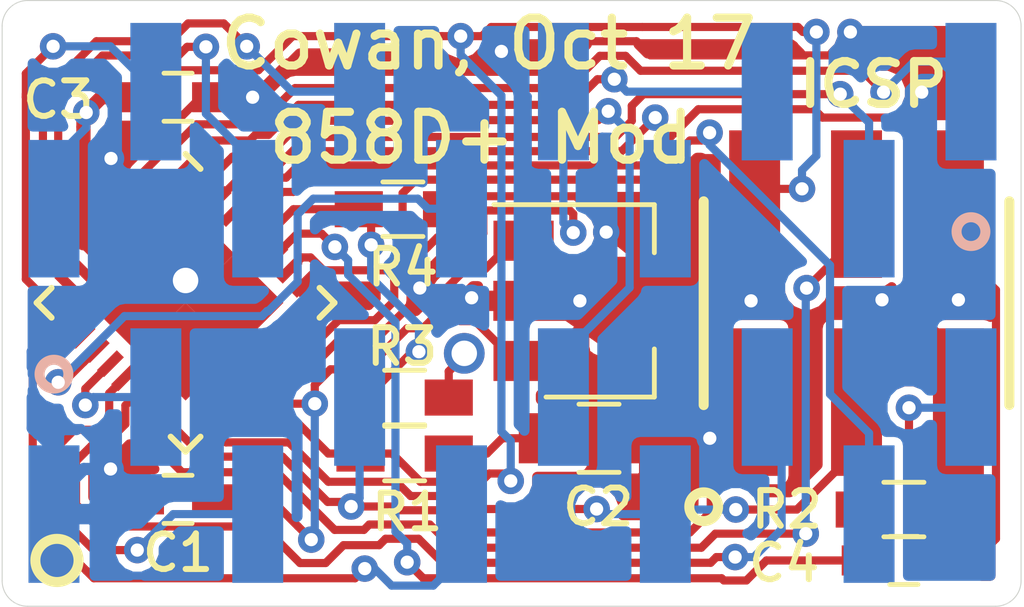
<source format=kicad_pcb>
(kicad_pcb (version 4) (host pcbnew 4.0.6)

  (general
    (links 54)
    (no_connects 0)
    (area 134.719889 94.5766 164.586734 113.1684)
    (thickness 1.6)
    (drawings 18)
    (tracks 556)
    (zones 0)
    (modules 13)
    (nets 31)
  )

  (page A4)
  (layers
    (0 F.Cu signal)
    (31 B.Cu signal)
    (32 B.Adhes user)
    (33 F.Adhes user)
    (34 B.Paste user)
    (35 F.Paste user)
    (36 B.SilkS user)
    (37 F.SilkS user)
    (38 B.Mask user)
    (39 F.Mask user)
    (40 Dwgs.User user hide)
    (41 Cmts.User user)
    (42 Eco1.User user)
    (43 Eco2.User user)
    (44 Edge.Cuts user)
    (45 Margin user)
    (46 B.CrtYd user hide)
    (47 F.CrtYd user hide)
    (48 B.Fab user)
    (49 F.Fab user hide)
  )

  (setup
    (last_trace_width 0.2032)
    (trace_clearance 0.1524)
    (zone_clearance 0.2032)
    (zone_45_only no)
    (trace_min 0.1524)
    (segment_width 0.2)
    (edge_width 0.0254)
    (via_size 0.6604)
    (via_drill 0.3302)
    (via_min_size 0.6096)
    (via_min_drill 0.3302)
    (uvia_size 0.3)
    (uvia_drill 0.1)
    (uvias_allowed no)
    (uvia_min_size 0.2)
    (uvia_min_drill 0.1)
    (pcb_text_width 0.3)
    (pcb_text_size 1.5 1.5)
    (mod_edge_width 0.15)
    (mod_text_size 1 1)
    (mod_text_width 0.15)
    (pad_size 1.2 0.75)
    (pad_drill 0)
    (pad_to_mask_clearance 0.2)
    (aux_axis_origin 138.049 111.379)
    (grid_origin 138.049 111.379)
    (visible_elements 7FFFFFFF)
    (pcbplotparams
      (layerselection 0x00030_80000001)
      (usegerberextensions false)
      (excludeedgelayer true)
      (linewidth 0.100000)
      (plotframeref false)
      (viasonmask false)
      (mode 1)
      (useauxorigin false)
      (hpglpennumber 1)
      (hpglpenspeed 20)
      (hpglpendiameter 15)
      (hpglpenoverlay 2)
      (psnegative false)
      (psa4output false)
      (plotreference true)
      (plotvalue true)
      (plotinvisibletext false)
      (padsonsilk false)
      (subtractmaskfromsilk false)
      (outputformat 1)
      (mirror false)
      (drillshape 1)
      (scaleselection 1)
      (outputdirectory ""))
  )

  (net 0 "")
  (net 1 "Net-(C1-Pad1)")
  (net 2 GND)
  (net 3 +5V)
  (net 4 /REED_SW)
  (net 5 /BUTTON_1)
  (net 6 /ICSP_MOSI)
  (net 7 /ICSP_RST)
  (net 8 /LED_DIG_1)
  (net 9 /TRIAC_DRIVE)
  (net 10 /LED_SEG_G)
  (net 11 /LED_SEG_D)
  (net 12 /BUTTON_2)
  (net 13 /FAN_DRIVE)
  (net 14 /LED_SEG_DP)
  (net 15 /LED_SEG_E)
  (net 16 /LED_SEG_F)
  (net 17 /LED_SEG_A)
  (net 18 /TEMP_ADC)
  (net 19 /LED_SEG_B)
  (net 20 /LED_DIG_2)
  (net 21 /LED_DIG_3)
  (net 22 /LED_SEG_C)
  (net 23 "Net-(U1-Pad19)")
  (net 24 "Net-(U1-Pad22)")
  (net 25 "Net-(U1-Pad24)")
  (net 26 "Net-(U1-Pad25)")
  (net 27 /FAN_CURR)
  (net 28 /FAN_VOLT)
  (net 29 "Net-(R3-Pad2)")
  (net 30 /FAN_CURR_ADC)

  (net_class Default "This is the default net class."
    (clearance 0.1524)
    (trace_width 0.2032)
    (via_dia 0.6604)
    (via_drill 0.3302)
    (uvia_dia 0.3)
    (uvia_drill 0.1)
    (add_net +5V)
    (add_net /BUTTON_1)
    (add_net /BUTTON_2)
    (add_net /FAN_CURR)
    (add_net /FAN_CURR_ADC)
    (add_net /FAN_DRIVE)
    (add_net /FAN_VOLT)
    (add_net /ICSP_MOSI)
    (add_net /ICSP_RST)
    (add_net /LED_DIG_1)
    (add_net /LED_DIG_2)
    (add_net /LED_DIG_3)
    (add_net /LED_SEG_A)
    (add_net /LED_SEG_B)
    (add_net /LED_SEG_C)
    (add_net /LED_SEG_D)
    (add_net /LED_SEG_DP)
    (add_net /LED_SEG_E)
    (add_net /LED_SEG_F)
    (add_net /LED_SEG_G)
    (add_net /REED_SW)
    (add_net /TEMP_ADC)
    (add_net /TRIAC_DRIVE)
    (add_net GND)
    (add_net "Net-(C1-Pad1)")
    (add_net "Net-(R3-Pad2)")
    (add_net "Net-(U1-Pad19)")
    (add_net "Net-(U1-Pad22)")
    (add_net "Net-(U1-Pad24)")
    (add_net "Net-(U1-Pad25)")
  )

  (module TO_SOT_Packages_SMD:SOT-89-3 (layer F.Cu) (tedit 59F71926) (tstamp 59F5D7C5)
    (at 152.527 103.759)
    (descr SOT-89-3)
    (tags SOT-89-3)
    (path /59F5C5E0)
    (attr smd)
    (fp_text reference D1 (at 0.45 -3.2) (layer F.SilkS) hide
      (effects (font (size 1 1) (thickness 0.15)))
    )
    (fp_text value TL431PK (at 0.45 3.25) (layer F.Fab)
      (effects (font (size 1 1) (thickness 0.15)))
    )
    (fp_text user %R (at 0.38 0 90) (layer F.Fab)
      (effects (font (size 0.6 0.6) (thickness 0.09)))
    )
    (fp_line (start 1.78 1.2) (end 1.78 2.4) (layer F.SilkS) (width 0.12))
    (fp_line (start 1.78 2.4) (end -0.92 2.4) (layer F.SilkS) (width 0.12))
    (fp_line (start -2.22 -2.4) (end 1.78 -2.4) (layer F.SilkS) (width 0.12))
    (fp_line (start 1.78 -2.4) (end 1.78 -1.2) (layer F.SilkS) (width 0.12))
    (fp_line (start -0.92 -1.51) (end -0.13 -2.3) (layer F.Fab) (width 0.1))
    (fp_line (start 1.68 -2.3) (end 1.68 2.3) (layer F.Fab) (width 0.1))
    (fp_line (start 1.68 2.3) (end -0.92 2.3) (layer F.Fab) (width 0.1))
    (fp_line (start -0.92 2.3) (end -0.92 -1.51) (layer F.Fab) (width 0.1))
    (fp_line (start -0.13 -2.3) (end 1.68 -2.3) (layer F.Fab) (width 0.1))
    (fp_line (start 3.23 -2.55) (end 3.23 2.55) (layer F.CrtYd) (width 0.05))
    (fp_line (start 3.23 -2.55) (end -2.48 -2.55) (layer F.CrtYd) (width 0.05))
    (fp_line (start -2.48 2.55) (end 3.23 2.55) (layer F.CrtYd) (width 0.05))
    (fp_line (start -2.48 2.55) (end -2.48 -2.55) (layer F.CrtYd) (width 0.05))
    (pad 2 smd trapezoid (at 2.667 0 270) (size 1.6 0.85) (rect_delta 0 0.6 ) (layers F.Cu F.Paste F.Mask)
      (net 2 GND))
    (pad 1 smd rect (at -1.48 -1.5 270) (size 1 1.5) (layers F.Cu F.Paste F.Mask)
      (net 1 "Net-(C1-Pad1)"))
    (pad 2 smd rect (at -1.3335 0 270) (size 1 1.8) (layers F.Cu F.Paste F.Mask)
      (net 2 GND))
    (pad 3 smd rect (at -1.48 1.5 270) (size 1 1.5) (layers F.Cu F.Paste F.Mask)
      (net 1 "Net-(C1-Pad1)"))
    (pad 2 smd rect (at 1.3335 0 270) (size 2.2 1.84) (layers F.Cu F.Paste F.Mask)
      (net 2 GND))
    (pad 2 smd trapezoid (at -0.0762 0 90) (size 1.5 1) (rect_delta 0 0.7 ) (layers F.Cu F.Paste F.Mask)
      (net 2 GND))
    (model ${KISYS3DMOD}/TO_SOT_Packages_SMD.3dshapes/SOT-89-3.wrl
      (at (xyz 0 0 0))
      (scale (xyz 1 1 1))
      (rotate (xyz 0 0 0))
    )
  )

  (module AC_Custom:TSM-110-XX-XXX-SV (layer B.Cu) (tedit 59F6F05F) (tstamp 59F5E96C)
    (at 152.04 100)
    (path /59F5B73B)
    (fp_text reference J3 (at -1.27 -4.445) (layer B.SilkS) hide
      (effects (font (size 1 1) (thickness 0.15)) (justify mirror))
    )
    (fp_text value CONN_01X10 (at 5.194 -4.496) (layer B.Fab) hide
      (effects (font (size 1 1) (thickness 0.15)) (justify mirror))
    )
    (fp_circle (center 10.16 2.032) (end 10.414 2.286) (layer B.SilkS) (width 0.25))
    (fp_line (start 11.43 1.27) (end -13.97 1.27) (layer B.CrtYd) (width 0.15))
    (fp_line (start 11.43 -1.27) (end 11.43 1.27) (layer B.CrtYd) (width 0.15))
    (fp_line (start -13.97 -1.27) (end 11.43 -1.27) (layer B.CrtYd) (width 0.15))
    (fp_line (start -13.97 1.27) (end -13.97 -1.27) (layer B.CrtYd) (width 0.15))
    (fp_line (start -13.0175 -0.3175) (end -13.0175 0.3175) (layer Dwgs.User) (width 0.15))
    (fp_line (start -13.0175 0.3175) (end -12.3825 0.3175) (layer Dwgs.User) (width 0.15))
    (fp_line (start -12.3825 -0.3175) (end -13.0175 -0.3175) (layer Dwgs.User) (width 0.15))
    (fp_line (start -12.3825 0.3175) (end -12.3825 -0.3175) (layer Dwgs.User) (width 0.15))
    (fp_line (start -10.4775 -0.3175) (end -10.4775 0.3175) (layer Dwgs.User) (width 0.15))
    (fp_line (start -10.4775 0.3175) (end -9.8425 0.3175) (layer Dwgs.User) (width 0.15))
    (fp_line (start -9.8425 -0.3175) (end -10.4775 -0.3175) (layer Dwgs.User) (width 0.15))
    (fp_line (start -9.8425 0.3175) (end -9.8425 -0.3175) (layer Dwgs.User) (width 0.15))
    (fp_line (start -7.9375 -0.3175) (end -7.9375 0.3175) (layer Dwgs.User) (width 0.15))
    (fp_line (start -7.9375 0.3175) (end -7.3025 0.3175) (layer Dwgs.User) (width 0.15))
    (fp_line (start -7.3025 -0.3175) (end -7.9375 -0.3175) (layer Dwgs.User) (width 0.15))
    (fp_line (start -7.3025 0.3175) (end -7.3025 -0.3175) (layer Dwgs.User) (width 0.15))
    (fp_line (start -5.3975 0.3175) (end -4.7625 0.3175) (layer Dwgs.User) (width 0.15))
    (fp_line (start -4.7625 0.3175) (end -4.7625 -0.3175) (layer Dwgs.User) (width 0.15))
    (fp_line (start -4.7625 -0.3175) (end -5.3975 -0.3175) (layer Dwgs.User) (width 0.15))
    (fp_line (start -5.3975 -0.3175) (end -5.3975 0.3175) (layer Dwgs.User) (width 0.15))
    (fp_line (start -2.8575 0.3175) (end -2.2225 0.3175) (layer Dwgs.User) (width 0.15))
    (fp_line (start -2.2225 0.3175) (end -2.2225 -0.3175) (layer Dwgs.User) (width 0.15))
    (fp_line (start -2.2225 -0.3175) (end -2.8575 -0.3175) (layer Dwgs.User) (width 0.15))
    (fp_line (start -2.8575 -0.3175) (end -2.8575 0.3175) (layer Dwgs.User) (width 0.15))
    (fp_line (start -0.3175 0.3175) (end 0.3175 0.3175) (layer Dwgs.User) (width 0.15))
    (fp_line (start 0.3175 0.3175) (end 0.3175 -0.3175) (layer Dwgs.User) (width 0.15))
    (fp_line (start 0.3175 -0.3175) (end -0.3175 -0.3175) (layer Dwgs.User) (width 0.15))
    (fp_line (start -0.3175 -0.3175) (end -0.3175 0.3175) (layer Dwgs.User) (width 0.15))
    (fp_line (start 2.2225 0.3175) (end 2.8575 0.3175) (layer Dwgs.User) (width 0.15))
    (fp_line (start 2.8575 0.3175) (end 2.8575 -0.3175) (layer Dwgs.User) (width 0.15))
    (fp_line (start 2.8575 -0.3175) (end 2.2225 -0.3175) (layer Dwgs.User) (width 0.15))
    (fp_line (start 2.2225 -0.3175) (end 2.2225 0.3175) (layer Dwgs.User) (width 0.15))
    (fp_line (start 4.7625 0.3175) (end 5.3975 0.3175) (layer Dwgs.User) (width 0.15))
    (fp_line (start 5.3975 0.3175) (end 5.3975 -0.3175) (layer Dwgs.User) (width 0.15))
    (fp_line (start 5.3975 -0.3175) (end 4.7625 -0.3175) (layer Dwgs.User) (width 0.15))
    (fp_line (start 4.7625 -0.3175) (end 4.7625 0.3175) (layer Dwgs.User) (width 0.15))
    (fp_line (start 7.3025 0.3175) (end 7.9375 0.3175) (layer Dwgs.User) (width 0.15))
    (fp_line (start 7.9375 0.3175) (end 7.9375 -0.3175) (layer Dwgs.User) (width 0.15))
    (fp_line (start 7.9375 -0.3175) (end 7.3025 -0.3175) (layer Dwgs.User) (width 0.15))
    (fp_line (start 7.3025 -0.3175) (end 7.3025 0.3175) (layer Dwgs.User) (width 0.15))
    (fp_line (start 9.8425 0.3175) (end 10.4775 0.3175) (layer Dwgs.User) (width 0.15))
    (fp_line (start 10.4775 0.3175) (end 10.4775 -0.3175) (layer Dwgs.User) (width 0.15))
    (fp_line (start 10.4775 -0.3175) (end 9.8425 -0.3175) (layer Dwgs.User) (width 0.15))
    (fp_line (start 9.8425 -0.3175) (end 9.8425 0.3175) (layer Dwgs.User) (width 0.15))
    (pad 1 smd rect (at 10.16 -1.46) (size 1.27 3.43) (layers B.Cu B.Paste B.Mask)
      (net 14 /LED_SEG_DP))
    (pad 2 smd rect (at 7.62 1.46) (size 1.27 3.43) (layers B.Cu B.Paste B.Mask)
      (net 15 /LED_SEG_E))
    (pad 3 smd rect (at 5.08 -1.46) (size 1.27 3.43) (layers B.Cu B.Paste B.Mask)
      (net 16 /LED_SEG_F))
    (pad 4 smd rect (at 2.54 1.46) (size 1.27 3.43) (layers B.Cu B.Paste B.Mask)
      (net 17 /LED_SEG_A))
    (pad 5 smd rect (at 0 -1.46) (size 1.27 3.43) (layers B.Cu B.Paste B.Mask)
      (net 18 /TEMP_ADC))
    (pad 6 smd rect (at -2.54 1.46) (size 1.27 3.43) (layers B.Cu B.Paste B.Mask)
      (net 19 /LED_SEG_B))
    (pad 7 smd rect (at -5.08 -1.46) (size 1.27 3.43) (layers B.Cu B.Paste B.Mask)
      (net 20 /LED_DIG_2))
    (pad 8 smd rect (at -7.62 1.46) (size 1.27 3.43) (layers B.Cu B.Paste B.Mask)
      (net 21 /LED_DIG_3))
    (pad 9 smd rect (at -10.16 -1.46) (size 1.27 3.43) (layers B.Cu B.Paste B.Mask)
      (net 22 /LED_SEG_C))
    (pad 10 smd rect (at -12.7 1.46) (size 1.27 3.43) (layers B.Cu B.Paste B.Mask)
      (net 3 +5V))
    (model "C:/Users/andrew.cowan/Dropbox/Backup/Projects/2017.10.29   858D+ Hot Air Upgrade/Adapter PCB/3D models/TSM-110-01-S-SV.wrl"
      (at (xyz -0.05 0 0.048))
      (scale (xyz 0.393 0.393 0.393))
      (rotate (xyz 270 0 0))
    )
  )

  (module Housings_DFN_QFN:QFN-32-1EP_5x5mm_Pitch0.5mm (layer F.Cu) (tedit 59F6F04E) (tstamp 59F5E99A)
    (at 142.621 103.807381 315)
    (descr "UH Package; 32-Lead Plastic QFN (5mm x 5mm); (see Linear Technology QFN_32_05-08-1693.pdf)")
    (tags "QFN 0.5")
    (path /59F5E059)
    (attr smd)
    (fp_text reference U1 (at 0 -3.75 315) (layer F.SilkS) hide
      (effects (font (size 1 1) (thickness 0.15)))
    )
    (fp_text value ATMEGA328A-MU (at 0 3.75 315) (layer F.Fab)
      (effects (font (size 1 1) (thickness 0.15)))
    )
    (fp_line (start -1.5 -2.5) (end 2.5 -2.5) (layer F.Fab) (width 0.15))
    (fp_line (start 2.5 -2.5) (end 2.5 2.5) (layer F.Fab) (width 0.15))
    (fp_line (start 2.5 2.5) (end -2.5 2.5) (layer F.Fab) (width 0.15))
    (fp_line (start -2.5 2.5) (end -2.5 -1.5) (layer F.Fab) (width 0.15))
    (fp_line (start -2.5 -1.5) (end -1.5 -2.5) (layer F.Fab) (width 0.15))
    (fp_line (start -3 -3) (end -3 3) (layer F.CrtYd) (width 0.05))
    (fp_line (start 3 -3) (end 3 3) (layer F.CrtYd) (width 0.05))
    (fp_line (start -3 -3) (end 3 -3) (layer F.CrtYd) (width 0.05))
    (fp_line (start -3 3) (end 3 3) (layer F.CrtYd) (width 0.05))
    (fp_line (start 2.625 -2.625) (end 2.625 -2.1) (layer F.SilkS) (width 0.15))
    (fp_line (start -2.625 2.625) (end -2.625 2.1) (layer F.SilkS) (width 0.15))
    (fp_line (start 2.625 2.625) (end 2.625 2.1) (layer F.SilkS) (width 0.15))
    (fp_line (start -2.625 -2.625) (end -2.1 -2.625) (layer F.SilkS) (width 0.15))
    (fp_line (start -2.625 2.625) (end -2.1 2.625) (layer F.SilkS) (width 0.15))
    (fp_line (start 2.625 2.625) (end 2.1 2.625) (layer F.SilkS) (width 0.15))
    (fp_line (start 2.625 -2.625) (end 2.1 -2.625) (layer F.SilkS) (width 0.15))
    (pad 1 smd rect (at -2.4 -1.75 315) (size 0.7 0.25) (layers F.Cu F.Paste F.Mask)
      (net 16 /LED_SEG_F))
    (pad 2 smd rect (at -2.4 -1.25 315) (size 0.7 0.25) (layers F.Cu F.Paste F.Mask)
      (net 14 /LED_SEG_DP))
    (pad 3 smd rect (at -2.4 -0.75 315) (size 0.7 0.25) (layers F.Cu F.Paste F.Mask)
      (net 2 GND))
    (pad 4 smd rect (at -2.4 -0.25 315) (size 0.7 0.25) (layers F.Cu F.Paste F.Mask)
      (net 3 +5V))
    (pad 5 smd rect (at -2.4 0.25 315) (size 0.7 0.25) (layers F.Cu F.Paste F.Mask)
      (net 2 GND))
    (pad 6 smd rect (at -2.4 0.75 315) (size 0.7 0.25) (layers F.Cu F.Paste F.Mask)
      (net 3 +5V))
    (pad 7 smd rect (at -2.4 1.25 315) (size 0.7 0.25) (layers F.Cu F.Paste F.Mask)
      (net 21 /LED_DIG_3))
    (pad 8 smd rect (at -2.4 1.75 315) (size 0.7 0.25) (layers F.Cu F.Paste F.Mask)
      (net 20 /LED_DIG_2))
    (pad 9 smd rect (at -1.75 2.4 45) (size 0.7 0.25) (layers F.Cu F.Paste F.Mask)
      (net 22 /LED_SEG_C))
    (pad 10 smd rect (at -1.25 2.4 45) (size 0.7 0.25) (layers F.Cu F.Paste F.Mask)
      (net 10 /LED_SEG_G))
    (pad 11 smd rect (at -0.75 2.4 45) (size 0.7 0.25) (layers F.Cu F.Paste F.Mask)
      (net 19 /LED_SEG_B))
    (pad 12 smd rect (at -0.25 2.4 45) (size 0.7 0.25) (layers F.Cu F.Paste F.Mask)
      (net 8 /LED_DIG_1))
    (pad 13 smd rect (at 0.25 2.4 45) (size 0.7 0.25) (layers F.Cu F.Paste F.Mask)
      (net 9 /TRIAC_DRIVE))
    (pad 14 smd rect (at 0.75 2.4 45) (size 0.7 0.25) (layers F.Cu F.Paste F.Mask)
      (net 12 /BUTTON_2))
    (pad 15 smd rect (at 1.25 2.4 45) (size 0.7 0.25) (layers F.Cu F.Paste F.Mask)
      (net 6 /ICSP_MOSI))
    (pad 16 smd rect (at 1.75 2.4 45) (size 0.7 0.25) (layers F.Cu F.Paste F.Mask)
      (net 4 /REED_SW))
    (pad 17 smd rect (at 2.4 1.75 315) (size 0.7 0.25) (layers F.Cu F.Paste F.Mask)
      (net 5 /BUTTON_1))
    (pad 18 smd rect (at 2.4 1.25 315) (size 0.7 0.25) (layers F.Cu F.Paste F.Mask)
      (net 3 +5V))
    (pad 19 smd rect (at 2.4 0.75 315) (size 0.7 0.25) (layers F.Cu F.Paste F.Mask)
      (net 23 "Net-(U1-Pad19)"))
    (pad 20 smd rect (at 2.4 0.25 315) (size 0.7 0.25) (layers F.Cu F.Paste F.Mask)
      (net 1 "Net-(C1-Pad1)"))
    (pad 21 smd rect (at 2.4 -0.25 315) (size 0.7 0.25) (layers F.Cu F.Paste F.Mask)
      (net 2 GND))
    (pad 22 smd rect (at 2.4 -0.75 315) (size 0.7 0.25) (layers F.Cu F.Paste F.Mask)
      (net 24 "Net-(U1-Pad22)"))
    (pad 23 smd rect (at 2.4 -1.25 315) (size 0.7 0.25) (layers F.Cu F.Paste F.Mask)
      (net 18 /TEMP_ADC))
    (pad 24 smd rect (at 2.4 -1.75 315) (size 0.7 0.25) (layers F.Cu F.Paste F.Mask)
      (net 25 "Net-(U1-Pad24)"))
    (pad 25 smd rect (at 1.75 -2.4 45) (size 0.7 0.25) (layers F.Cu F.Paste F.Mask)
      (net 26 "Net-(U1-Pad25)"))
    (pad 26 smd rect (at 1.25 -2.4 45) (size 0.7 0.25) (layers F.Cu F.Paste F.Mask)
      (net 13 /FAN_DRIVE))
    (pad 27 smd rect (at 0.75 -2.4 45) (size 0.7 0.25) (layers F.Cu F.Paste F.Mask)
      (net 30 /FAN_CURR_ADC))
    (pad 28 smd rect (at 0.25 -2.4 45) (size 0.7 0.25) (layers F.Cu F.Paste F.Mask)
      (net 28 /FAN_VOLT))
    (pad 29 smd rect (at -0.25 -2.4 45) (size 0.7 0.25) (layers F.Cu F.Paste F.Mask)
      (net 7 /ICSP_RST))
    (pad 30 smd rect (at -0.75 -2.4 45) (size 0.7 0.25) (layers F.Cu F.Paste F.Mask)
      (net 17 /LED_SEG_A))
    (pad 31 smd rect (at -1.25 -2.4 45) (size 0.7 0.25) (layers F.Cu F.Paste F.Mask)
      (net 15 /LED_SEG_E))
    (pad 32 smd rect (at -1.75 -2.4 45) (size 0.7 0.25) (layers F.Cu F.Paste F.Mask)
      (net 11 /LED_SEG_D))
    (pad 33 smd rect (at 0.8625 0.8625 315) (size 1.725 1.725) (layers F.Cu F.Paste F.Mask)
      (net 2 GND) (solder_paste_margin_ratio -0.2))
    (pad 33 smd rect (at 0.8625 -0.8625 315) (size 1.725 1.725) (layers F.Cu F.Paste F.Mask)
      (net 2 GND) (solder_paste_margin_ratio -0.2))
    (pad 33 smd rect (at -0.8625 0.8625 315) (size 1.725 1.725) (layers F.Cu F.Paste F.Mask)
      (net 2 GND) (solder_paste_margin_ratio -0.2))
    (pad 33 smd rect (at -0.8625 -0.8625 315) (size 1.725 1.725) (layers F.Cu F.Paste F.Mask)
      (net 2 GND) (solder_paste_margin_ratio -0.2))
    (model ${KISYS3DMOD}/Housings_DFN_QFN.3dshapes/QFN-32-1EP_5x5mm_Pitch0.5mm.wrl
      (at (xyz 0 0 0))
      (scale (xyz 1 1 1))
      (rotate (xyz 0 0 0))
    )
  )

  (module Capacitors_SMD:C_0603_HandSoldering (layer F.Cu) (tedit 59F719A0) (tstamp 59F5E8DD)
    (at 142.433 108.712 180)
    (descr "Capacitor SMD 0603, hand soldering")
    (tags "capacitor 0603")
    (path /59F5CAD8)
    (attr smd)
    (fp_text reference C1 (at 0 -1.3335 180) (layer F.SilkS)
      (effects (font (size 0.889 0.889) (thickness 0.15)))
    )
    (fp_text value C_Small (at 0 1.5 180) (layer F.Fab)
      (effects (font (size 1 1) (thickness 0.15)))
    )
    (fp_text user %R (at 0 -1.25 180) (layer F.Fab)
      (effects (font (size 1 1) (thickness 0.15)))
    )
    (fp_line (start -0.8 0.4) (end -0.8 -0.4) (layer F.Fab) (width 0.1))
    (fp_line (start 0.8 0.4) (end -0.8 0.4) (layer F.Fab) (width 0.1))
    (fp_line (start 0.8 -0.4) (end 0.8 0.4) (layer F.Fab) (width 0.1))
    (fp_line (start -0.8 -0.4) (end 0.8 -0.4) (layer F.Fab) (width 0.1))
    (fp_line (start -0.35 -0.6) (end 0.35 -0.6) (layer F.SilkS) (width 0.12))
    (fp_line (start 0.35 0.6) (end -0.35 0.6) (layer F.SilkS) (width 0.12))
    (fp_line (start -1.8 -0.65) (end 1.8 -0.65) (layer F.CrtYd) (width 0.05))
    (fp_line (start -1.8 -0.65) (end -1.8 0.65) (layer F.CrtYd) (width 0.05))
    (fp_line (start 1.8 0.65) (end 1.8 -0.65) (layer F.CrtYd) (width 0.05))
    (fp_line (start 1.8 0.65) (end -1.8 0.65) (layer F.CrtYd) (width 0.05))
    (pad 1 smd rect (at -0.95 0 180) (size 1.2 0.75) (layers F.Cu F.Paste F.Mask)
      (net 1 "Net-(C1-Pad1)"))
    (pad 2 smd rect (at 0.95 0 180) (size 1.2 0.75) (layers F.Cu F.Paste F.Mask)
      (net 2 GND))
    (model Capacitors_SMD.3dshapes/C_0603.wrl
      (at (xyz 0 0 0))
      (scale (xyz 1 1 1))
      (rotate (xyz 0 0 0))
    )
  )

  (module Capacitors_SMD:C_0805_HandSoldering (layer F.Cu) (tedit 59F719BE) (tstamp 59F5E8E3)
    (at 152.928 107.188)
    (descr "Capacitor SMD 0805, hand soldering")
    (tags "capacitor 0805")
    (path /59F5CA91)
    (attr smd)
    (fp_text reference C2 (at -0.02 1.7145) (layer F.SilkS)
      (effects (font (size 0.889 0.889) (thickness 0.15)))
    )
    (fp_text value C_Small (at 0 1.75) (layer F.Fab)
      (effects (font (size 1 1) (thickness 0.15)))
    )
    (fp_text user %R (at 0 -1.75) (layer F.Fab)
      (effects (font (size 1 1) (thickness 0.15)))
    )
    (fp_line (start -1 0.62) (end -1 -0.62) (layer F.Fab) (width 0.1))
    (fp_line (start 1 0.62) (end -1 0.62) (layer F.Fab) (width 0.1))
    (fp_line (start 1 -0.62) (end 1 0.62) (layer F.Fab) (width 0.1))
    (fp_line (start -1 -0.62) (end 1 -0.62) (layer F.Fab) (width 0.1))
    (fp_line (start 0.5 -0.85) (end -0.5 -0.85) (layer F.SilkS) (width 0.12))
    (fp_line (start -0.5 0.85) (end 0.5 0.85) (layer F.SilkS) (width 0.12))
    (fp_line (start -2.25 -0.88) (end 2.25 -0.88) (layer F.CrtYd) (width 0.05))
    (fp_line (start -2.25 -0.88) (end -2.25 0.87) (layer F.CrtYd) (width 0.05))
    (fp_line (start 2.25 0.87) (end 2.25 -0.88) (layer F.CrtYd) (width 0.05))
    (fp_line (start 2.25 0.87) (end -2.25 0.87) (layer F.CrtYd) (width 0.05))
    (pad 1 smd rect (at -1.25 0) (size 1.5 1.25) (layers F.Cu F.Paste F.Mask)
      (net 1 "Net-(C1-Pad1)"))
    (pad 2 smd rect (at 1.25 0) (size 1.5 1.25) (layers F.Cu F.Paste F.Mask)
      (net 2 GND))
    (model Capacitors_SMD.3dshapes/C_0805.wrl
      (at (xyz 0 0 0))
      (scale (xyz 1 1 1))
      (rotate (xyz 0 0 0))
    )
  )

  (module Capacitors_SMD:C_0603_HandSoldering (layer F.Cu) (tedit 59F719B0) (tstamp 59F5E8E9)
    (at 142.433 98.679)
    (descr "Capacitor SMD 0603, hand soldering")
    (tags "capacitor 0603")
    (path /59F5CD83)
    (attr smd)
    (fp_text reference C3 (at -2.987 0.0635) (layer F.SilkS)
      (effects (font (size 0.889 0.889) (thickness 0.15)))
    )
    (fp_text value C_Small (at 0 1.5) (layer F.Fab)
      (effects (font (size 1 1) (thickness 0.15)))
    )
    (fp_text user %R (at 0 -1.25) (layer F.Fab)
      (effects (font (size 1 1) (thickness 0.15)))
    )
    (fp_line (start -0.8 0.4) (end -0.8 -0.4) (layer F.Fab) (width 0.1))
    (fp_line (start 0.8 0.4) (end -0.8 0.4) (layer F.Fab) (width 0.1))
    (fp_line (start 0.8 -0.4) (end 0.8 0.4) (layer F.Fab) (width 0.1))
    (fp_line (start -0.8 -0.4) (end 0.8 -0.4) (layer F.Fab) (width 0.1))
    (fp_line (start -0.35 -0.6) (end 0.35 -0.6) (layer F.SilkS) (width 0.12))
    (fp_line (start 0.35 0.6) (end -0.35 0.6) (layer F.SilkS) (width 0.12))
    (fp_line (start -1.8 -0.65) (end 1.8 -0.65) (layer F.CrtYd) (width 0.05))
    (fp_line (start -1.8 -0.65) (end -1.8 0.65) (layer F.CrtYd) (width 0.05))
    (fp_line (start 1.8 0.65) (end 1.8 -0.65) (layer F.CrtYd) (width 0.05))
    (fp_line (start 1.8 0.65) (end -1.8 0.65) (layer F.CrtYd) (width 0.05))
    (pad 1 smd rect (at -0.95 0) (size 1.2 0.75) (layers F.Cu F.Paste F.Mask)
      (net 3 +5V))
    (pad 2 smd rect (at 0.95 0) (size 1.2 0.75) (layers F.Cu F.Paste F.Mask)
      (net 2 GND))
    (model Capacitors_SMD.3dshapes/C_0603.wrl
      (at (xyz 0 0 0))
      (scale (xyz 1 1 1))
      (rotate (xyz 0 0 0))
    )
  )

  (module AC_Custom:TSM-110-XX-XXX-SV (layer B.Cu) (tedit 59F6F057) (tstamp 59F5E931)
    (at 149.5 107.62 180)
    (path /59F5B70E)
    (fp_text reference J2 (at -1.27 -4.445 180) (layer B.SilkS) hide
      (effects (font (size 1 1) (thickness 0.15)) (justify mirror))
    )
    (fp_text value CONN_01X10 (at -8.75 -4.521 180) (layer B.Fab) hide
      (effects (font (size 1 1) (thickness 0.15)) (justify mirror))
    )
    (fp_circle (center 10.16 2.032) (end 10.414 2.286) (layer B.SilkS) (width 0.25))
    (fp_line (start 11.43 1.27) (end -13.97 1.27) (layer B.CrtYd) (width 0.15))
    (fp_line (start 11.43 -1.27) (end 11.43 1.27) (layer B.CrtYd) (width 0.15))
    (fp_line (start -13.97 -1.27) (end 11.43 -1.27) (layer B.CrtYd) (width 0.15))
    (fp_line (start -13.97 1.27) (end -13.97 -1.27) (layer B.CrtYd) (width 0.15))
    (fp_line (start -13.0175 -0.3175) (end -13.0175 0.3175) (layer Dwgs.User) (width 0.15))
    (fp_line (start -13.0175 0.3175) (end -12.3825 0.3175) (layer Dwgs.User) (width 0.15))
    (fp_line (start -12.3825 -0.3175) (end -13.0175 -0.3175) (layer Dwgs.User) (width 0.15))
    (fp_line (start -12.3825 0.3175) (end -12.3825 -0.3175) (layer Dwgs.User) (width 0.15))
    (fp_line (start -10.4775 -0.3175) (end -10.4775 0.3175) (layer Dwgs.User) (width 0.15))
    (fp_line (start -10.4775 0.3175) (end -9.8425 0.3175) (layer Dwgs.User) (width 0.15))
    (fp_line (start -9.8425 -0.3175) (end -10.4775 -0.3175) (layer Dwgs.User) (width 0.15))
    (fp_line (start -9.8425 0.3175) (end -9.8425 -0.3175) (layer Dwgs.User) (width 0.15))
    (fp_line (start -7.9375 -0.3175) (end -7.9375 0.3175) (layer Dwgs.User) (width 0.15))
    (fp_line (start -7.9375 0.3175) (end -7.3025 0.3175) (layer Dwgs.User) (width 0.15))
    (fp_line (start -7.3025 -0.3175) (end -7.9375 -0.3175) (layer Dwgs.User) (width 0.15))
    (fp_line (start -7.3025 0.3175) (end -7.3025 -0.3175) (layer Dwgs.User) (width 0.15))
    (fp_line (start -5.3975 0.3175) (end -4.7625 0.3175) (layer Dwgs.User) (width 0.15))
    (fp_line (start -4.7625 0.3175) (end -4.7625 -0.3175) (layer Dwgs.User) (width 0.15))
    (fp_line (start -4.7625 -0.3175) (end -5.3975 -0.3175) (layer Dwgs.User) (width 0.15))
    (fp_line (start -5.3975 -0.3175) (end -5.3975 0.3175) (layer Dwgs.User) (width 0.15))
    (fp_line (start -2.8575 0.3175) (end -2.2225 0.3175) (layer Dwgs.User) (width 0.15))
    (fp_line (start -2.2225 0.3175) (end -2.2225 -0.3175) (layer Dwgs.User) (width 0.15))
    (fp_line (start -2.2225 -0.3175) (end -2.8575 -0.3175) (layer Dwgs.User) (width 0.15))
    (fp_line (start -2.8575 -0.3175) (end -2.8575 0.3175) (layer Dwgs.User) (width 0.15))
    (fp_line (start -0.3175 0.3175) (end 0.3175 0.3175) (layer Dwgs.User) (width 0.15))
    (fp_line (start 0.3175 0.3175) (end 0.3175 -0.3175) (layer Dwgs.User) (width 0.15))
    (fp_line (start 0.3175 -0.3175) (end -0.3175 -0.3175) (layer Dwgs.User) (width 0.15))
    (fp_line (start -0.3175 -0.3175) (end -0.3175 0.3175) (layer Dwgs.User) (width 0.15))
    (fp_line (start 2.2225 0.3175) (end 2.8575 0.3175) (layer Dwgs.User) (width 0.15))
    (fp_line (start 2.8575 0.3175) (end 2.8575 -0.3175) (layer Dwgs.User) (width 0.15))
    (fp_line (start 2.8575 -0.3175) (end 2.2225 -0.3175) (layer Dwgs.User) (width 0.15))
    (fp_line (start 2.2225 -0.3175) (end 2.2225 0.3175) (layer Dwgs.User) (width 0.15))
    (fp_line (start 4.7625 0.3175) (end 5.3975 0.3175) (layer Dwgs.User) (width 0.15))
    (fp_line (start 5.3975 0.3175) (end 5.3975 -0.3175) (layer Dwgs.User) (width 0.15))
    (fp_line (start 5.3975 -0.3175) (end 4.7625 -0.3175) (layer Dwgs.User) (width 0.15))
    (fp_line (start 4.7625 -0.3175) (end 4.7625 0.3175) (layer Dwgs.User) (width 0.15))
    (fp_line (start 7.3025 0.3175) (end 7.9375 0.3175) (layer Dwgs.User) (width 0.15))
    (fp_line (start 7.9375 0.3175) (end 7.9375 -0.3175) (layer Dwgs.User) (width 0.15))
    (fp_line (start 7.9375 -0.3175) (end 7.3025 -0.3175) (layer Dwgs.User) (width 0.15))
    (fp_line (start 7.3025 -0.3175) (end 7.3025 0.3175) (layer Dwgs.User) (width 0.15))
    (fp_line (start 9.8425 0.3175) (end 10.4775 0.3175) (layer Dwgs.User) (width 0.15))
    (fp_line (start 10.4775 0.3175) (end 10.4775 -0.3175) (layer Dwgs.User) (width 0.15))
    (fp_line (start 10.4775 -0.3175) (end 9.8425 -0.3175) (layer Dwgs.User) (width 0.15))
    (fp_line (start 9.8425 -0.3175) (end 9.8425 0.3175) (layer Dwgs.User) (width 0.15))
    (pad 1 smd rect (at 10.16 -1.46 180) (size 1.27 3.43) (layers B.Cu B.Paste B.Mask)
      (net 2 GND))
    (pad 2 smd rect (at 7.62 1.46 180) (size 1.27 3.43) (layers B.Cu B.Paste B.Mask)
      (net 8 /LED_DIG_1))
    (pad 3 smd rect (at 5.08 -1.46 180) (size 1.27 3.43) (layers B.Cu B.Paste B.Mask)
      (net 9 /TRIAC_DRIVE))
    (pad 4 smd rect (at 2.54 1.46 180) (size 1.27 3.43) (layers B.Cu B.Paste B.Mask)
      (net 4 /REED_SW))
    (pad 5 smd rect (at 0 -1.46 180) (size 1.27 3.43) (layers B.Cu B.Paste B.Mask)
      (net 10 /LED_SEG_G))
    (pad 6 smd rect (at -2.54 1.46 180) (size 1.27 3.43) (layers B.Cu B.Paste B.Mask)
      (net 11 /LED_SEG_D))
    (pad 7 smd rect (at -5.08 -1.46 180) (size 1.27 3.43) (layers B.Cu B.Paste B.Mask)
      (net 5 /BUTTON_1))
    (pad 8 smd rect (at -7.62 1.46 180) (size 1.27 3.43) (layers B.Cu B.Paste B.Mask)
      (net 12 /BUTTON_2))
    (pad 9 smd rect (at -10.16 -1.46 180) (size 1.27 3.43) (layers B.Cu B.Paste B.Mask)
      (net 13 /FAN_DRIVE))
    (pad 10 smd rect (at -12.7 1.46 180) (size 1.27 3.43) (layers B.Cu B.Paste B.Mask)
      (net 27 /FAN_CURR))
    (model "C:/Users/andrew.cowan/Dropbox/Backup/Projects/2017.10.29   858D+ Hot Air Upgrade/Adapter PCB/3D models/TSM-110-01-S-SV.wrl"
      (at (xyz -0.05 0 0.048))
      (scale (xyz 0.393 0.393 0.393))
      (rotate (xyz 270 0 0))
    )
  )

  (module Resistors_SMD:R_0603_HandSoldering (layer F.Cu) (tedit 59F71997) (tstamp 59F5E972)
    (at 148.082 107.569)
    (descr "Resistor SMD 0603, hand soldering")
    (tags "resistor 0603")
    (path /59F5C786)
    (attr smd)
    (fp_text reference R1 (at 0.0635 1.4605) (layer F.SilkS)
      (effects (font (size 0.889 0.889) (thickness 0.15)))
    )
    (fp_text value R (at 0 1.55) (layer F.Fab)
      (effects (font (size 1 1) (thickness 0.15)))
    )
    (fp_text user %R (at 0 0) (layer F.Fab)
      (effects (font (size 0.4 0.4) (thickness 0.075)))
    )
    (fp_line (start -0.8 0.4) (end -0.8 -0.4) (layer F.Fab) (width 0.1))
    (fp_line (start 0.8 0.4) (end -0.8 0.4) (layer F.Fab) (width 0.1))
    (fp_line (start 0.8 -0.4) (end 0.8 0.4) (layer F.Fab) (width 0.1))
    (fp_line (start -0.8 -0.4) (end 0.8 -0.4) (layer F.Fab) (width 0.1))
    (fp_line (start 0.5 0.68) (end -0.5 0.68) (layer F.SilkS) (width 0.12))
    (fp_line (start -0.5 -0.68) (end 0.5 -0.68) (layer F.SilkS) (width 0.12))
    (fp_line (start -1.96 -0.7) (end 1.95 -0.7) (layer F.CrtYd) (width 0.05))
    (fp_line (start -1.96 -0.7) (end -1.96 0.7) (layer F.CrtYd) (width 0.05))
    (fp_line (start 1.95 0.7) (end 1.95 -0.7) (layer F.CrtYd) (width 0.05))
    (fp_line (start 1.95 0.7) (end -1.96 0.7) (layer F.CrtYd) (width 0.05))
    (pad 1 smd rect (at -1.1 0) (size 1.2 0.9) (layers F.Cu F.Paste F.Mask)
      (net 3 +5V))
    (pad 2 smd rect (at 1.1 0) (size 1.2 0.9) (layers F.Cu F.Paste F.Mask)
      (net 1 "Net-(C1-Pad1)"))
    (model ${KISYS3DMOD}/Resistors_SMD.3dshapes/R_0603.wrl
      (at (xyz 0 0 0))
      (scale (xyz 1 1 1))
      (rotate (xyz 0 0 0))
    )
  )

  (module Capacitors_SMD:C_0603_HandSoldering (layer F.Cu) (tedit 59F719CD) (tstamp 59F5E8F1)
    (at 160.528 110.236)
    (descr "Capacitor SMD 0603, hand soldering")
    (tags "capacitor 0603")
    (path /59F5EC34)
    (attr smd)
    (fp_text reference C4 (at -2.9845 0.0635) (layer F.SilkS)
      (effects (font (size 0.889 0.889) (thickness 0.15)))
    )
    (fp_text value C_Small (at 0 1.5) (layer F.Fab)
      (effects (font (size 1 1) (thickness 0.15)))
    )
    (fp_text user %R (at 0 -1.25) (layer F.Fab)
      (effects (font (size 1 1) (thickness 0.15)))
    )
    (fp_line (start -0.8 0.4) (end -0.8 -0.4) (layer F.Fab) (width 0.1))
    (fp_line (start 0.8 0.4) (end -0.8 0.4) (layer F.Fab) (width 0.1))
    (fp_line (start 0.8 -0.4) (end 0.8 0.4) (layer F.Fab) (width 0.1))
    (fp_line (start -0.8 -0.4) (end 0.8 -0.4) (layer F.Fab) (width 0.1))
    (fp_line (start -0.35 -0.6) (end 0.35 -0.6) (layer F.SilkS) (width 0.12))
    (fp_line (start 0.35 0.6) (end -0.35 0.6) (layer F.SilkS) (width 0.12))
    (fp_line (start -1.8 -0.65) (end 1.8 -0.65) (layer F.CrtYd) (width 0.05))
    (fp_line (start -1.8 -0.65) (end -1.8 0.65) (layer F.CrtYd) (width 0.05))
    (fp_line (start 1.8 0.65) (end 1.8 -0.65) (layer F.CrtYd) (width 0.05))
    (fp_line (start 1.8 0.65) (end -1.8 0.65) (layer F.CrtYd) (width 0.05))
    (pad 1 smd rect (at -0.95 0) (size 1.2 0.75) (layers F.Cu F.Paste F.Mask)
      (net 30 /FAN_CURR_ADC))
    (pad 2 smd rect (at 0.95 0) (size 1.2 0.75) (layers F.Cu F.Paste F.Mask)
      (net 2 GND))
    (model Capacitors_SMD.3dshapes/C_0603.wrl
      (at (xyz 0 0 0))
      (scale (xyz 1 1 1))
      (rotate (xyz 0 0 0))
    )
  )

  (module Resistors_SMD:R_0603_HandSoldering (layer F.Cu) (tedit 59F719C8) (tstamp 59F5E8F7)
    (at 160.528 108.966 180)
    (descr "Resistor SMD 0603, hand soldering")
    (tags "resistor 0603")
    (path /59F5E97F)
    (attr smd)
    (fp_text reference R2 (at 2.921 0 180) (layer F.SilkS)
      (effects (font (size 0.889 0.889) (thickness 0.15)))
    )
    (fp_text value R (at 0 1.55 180) (layer F.Fab)
      (effects (font (size 1 1) (thickness 0.15)))
    )
    (fp_text user %R (at 0 0 180) (layer F.Fab)
      (effects (font (size 0.4 0.4) (thickness 0.075)))
    )
    (fp_line (start -0.8 0.4) (end -0.8 -0.4) (layer F.Fab) (width 0.1))
    (fp_line (start 0.8 0.4) (end -0.8 0.4) (layer F.Fab) (width 0.1))
    (fp_line (start 0.8 -0.4) (end 0.8 0.4) (layer F.Fab) (width 0.1))
    (fp_line (start -0.8 -0.4) (end 0.8 -0.4) (layer F.Fab) (width 0.1))
    (fp_line (start 0.5 0.68) (end -0.5 0.68) (layer F.SilkS) (width 0.12))
    (fp_line (start -0.5 -0.68) (end 0.5 -0.68) (layer F.SilkS) (width 0.12))
    (fp_line (start -1.96 -0.7) (end 1.95 -0.7) (layer F.CrtYd) (width 0.05))
    (fp_line (start -1.96 -0.7) (end -1.96 0.7) (layer F.CrtYd) (width 0.05))
    (fp_line (start 1.95 0.7) (end 1.95 -0.7) (layer F.CrtYd) (width 0.05))
    (fp_line (start 1.95 0.7) (end -1.96 0.7) (layer F.CrtYd) (width 0.05))
    (pad 1 smd rect (at -1.1 0 180) (size 1.2 0.9) (layers F.Cu F.Paste F.Mask)
      (net 27 /FAN_CURR))
    (pad 2 smd rect (at 1.1 0 180) (size 1.2 0.9) (layers F.Cu F.Paste F.Mask)
      (net 30 /FAN_CURR_ADC))
    (model ${KISYS3DMOD}/Resistors_SMD.3dshapes/R_0603.wrl
      (at (xyz 0 0 0))
      (scale (xyz 1 1 1))
      (rotate (xyz 0 0 0))
    )
  )

  (module AC_Custom:TSM-103-XX-XXXX-DV (layer F.Cu) (tedit 59F6F047) (tstamp 59F5E8F6)
    (at 159.347 103.816 180)
    (path /59F5D1F2)
    (fp_text reference J1 (at -0.762 5.588 180) (layer F.SilkS) hide
      (effects (font (size 1 1) (thickness 0.15)))
    )
    (fp_text value CONN_02X03 (at -0.254 -6.35 180) (layer F.Fab)
      (effects (font (size 1 1) (thickness 0.15)))
    )
    (fp_circle (center 3.81 -5.08) (end 4.064 -4.826) (layer F.SilkS) (width 0.25))
    (fp_line (start 3.81 -2.544) (end 3.81 2.54) (layer F.SilkS) (width 0.25))
    (fp_line (start -3.81 -2.54) (end -3.81 2.54) (layer F.SilkS) (width 0.25))
    (pad 1 smd rect (at 2.54 -2.47 180) (size 1.27 3.68) (layers F.Cu F.Paste F.Mask)
      (net 4 /REED_SW))
    (pad 2 smd rect (at 2.54 2.47 180) (size 1.27 3.68) (layers F.Cu F.Paste F.Mask)
      (net 3 +5V))
    (pad 3 smd rect (at 0 -2.47 180) (size 1.27 3.68) (layers F.Cu F.Paste F.Mask)
      (net 5 /BUTTON_1))
    (pad 4 smd rect (at 0 2.47 180) (size 1.27 3.68) (layers F.Cu F.Paste F.Mask)
      (net 6 /ICSP_MOSI))
    (pad 5 smd rect (at -2.54 -2.47 180) (size 1.27 3.68) (layers F.Cu F.Paste F.Mask)
      (net 7 /ICSP_RST))
    (pad 6 smd rect (at -2.54 2.47 180) (size 1.27 3.68) (layers F.Cu F.Paste F.Mask)
      (net 2 GND))
    (model "C:/Users/andrew.cowan/Dropbox/Backup/Projects/2017.10.29   858D+ Hot Air Upgrade/Adapter PCB/3D models/TSM-103-01-S-DV.wrl"
      (at (xyz 0 0 0.1))
      (scale (xyz 0.393 0.393 0.393))
      (rotate (xyz 270 0 0))
    )
  )

  (module Resistors_SMD:R_0603_HandSoldering (layer F.Cu) (tedit 59F7193E) (tstamp 59F703AD)
    (at 148.082 106.172)
    (descr "Resistor SMD 0603, hand soldering")
    (tags "resistor 0603")
    (path /59F70866)
    (attr smd)
    (fp_text reference R3 (at -0.0635 -1.27) (layer F.SilkS)
      (effects (font (size 0.889 0.889) (thickness 0.15)))
    )
    (fp_text value R (at 0 1.55) (layer F.Fab)
      (effects (font (size 1 1) (thickness 0.15)))
    )
    (fp_text user %R (at 0 0) (layer F.Fab)
      (effects (font (size 0.4 0.4) (thickness 0.075)))
    )
    (fp_line (start -0.8 0.4) (end -0.8 -0.4) (layer F.Fab) (width 0.1))
    (fp_line (start 0.8 0.4) (end -0.8 0.4) (layer F.Fab) (width 0.1))
    (fp_line (start 0.8 -0.4) (end 0.8 0.4) (layer F.Fab) (width 0.1))
    (fp_line (start -0.8 -0.4) (end 0.8 -0.4) (layer F.Fab) (width 0.1))
    (fp_line (start 0.5 0.68) (end -0.5 0.68) (layer F.SilkS) (width 0.12))
    (fp_line (start -0.5 -0.68) (end 0.5 -0.68) (layer F.SilkS) (width 0.12))
    (fp_line (start -1.96 -0.7) (end 1.95 -0.7) (layer F.CrtYd) (width 0.05))
    (fp_line (start -1.96 -0.7) (end -1.96 0.7) (layer F.CrtYd) (width 0.05))
    (fp_line (start 1.95 0.7) (end 1.95 -0.7) (layer F.CrtYd) (width 0.05))
    (fp_line (start 1.95 0.7) (end -1.96 0.7) (layer F.CrtYd) (width 0.05))
    (pad 1 smd rect (at -1.1 0) (size 1.2 0.9) (layers F.Cu F.Paste F.Mask)
      (net 28 /FAN_VOLT))
    (pad 2 smd rect (at 1.1 0) (size 1.2 0.9) (layers F.Cu F.Paste F.Mask)
      (net 29 "Net-(R3-Pad2)"))
    (model ${KISYS3DMOD}/Resistors_SMD.3dshapes/R_0603.wrl
      (at (xyz 0 0 0))
      (scale (xyz 1 1 1))
      (rotate (xyz 0 0 0))
    )
  )

  (module Resistors_SMD:R_0603_HandSoldering (layer F.Cu) (tedit 59F71937) (tstamp 59F703B3)
    (at 148.039 101.473 180)
    (descr "Resistor SMD 0603, hand soldering")
    (tags "resistor 0603")
    (path /59F70922)
    (attr smd)
    (fp_text reference R4 (at 0 -1.45 180) (layer F.SilkS)
      (effects (font (size 0.889 0.889) (thickness 0.15)))
    )
    (fp_text value R (at 0 1.55 180) (layer F.Fab)
      (effects (font (size 1 1) (thickness 0.15)))
    )
    (fp_text user %R (at 0 0 180) (layer F.Fab)
      (effects (font (size 0.4 0.4) (thickness 0.075)))
    )
    (fp_line (start -0.8 0.4) (end -0.8 -0.4) (layer F.Fab) (width 0.1))
    (fp_line (start 0.8 0.4) (end -0.8 0.4) (layer F.Fab) (width 0.1))
    (fp_line (start 0.8 -0.4) (end 0.8 0.4) (layer F.Fab) (width 0.1))
    (fp_line (start -0.8 -0.4) (end 0.8 -0.4) (layer F.Fab) (width 0.1))
    (fp_line (start 0.5 0.68) (end -0.5 0.68) (layer F.SilkS) (width 0.12))
    (fp_line (start -0.5 -0.68) (end 0.5 -0.68) (layer F.SilkS) (width 0.12))
    (fp_line (start -1.96 -0.7) (end 1.95 -0.7) (layer F.CrtYd) (width 0.05))
    (fp_line (start -1.96 -0.7) (end -1.96 0.7) (layer F.CrtYd) (width 0.05))
    (fp_line (start 1.95 0.7) (end 1.95 -0.7) (layer F.CrtYd) (width 0.05))
    (fp_line (start 1.95 0.7) (end -1.96 0.7) (layer F.CrtYd) (width 0.05))
    (pad 1 smd rect (at -1.1 0 180) (size 1.2 0.9) (layers F.Cu F.Paste F.Mask)
      (net 2 GND))
    (pad 2 smd rect (at 1.1 0 180) (size 1.2 0.9) (layers F.Cu F.Paste F.Mask)
      (net 28 /FAN_VOLT))
    (model ${KISYS3DMOD}/Resistors_SMD.3dshapes/R_0603.wrl
      (at (xyz 0 0 0))
      (scale (xyz 1 1 1))
      (rotate (xyz 0 0 0))
    )
  )

  (gr_text "858D+ Mod" (at 149.987 99.695) (layer F.SilkS) (tstamp 59F71845)
    (effects (font (size 1.1938 1.1938) (thickness 0.2032)))
  )
  (gr_text "Cowan, Oct 17" (at 150.1775 97.3455) (layer F.SilkS) (tstamp 59F71763)
    (effects (font (size 1.1938 1.1938) (thickness 0.2032)))
  )
  (gr_circle (center 146.7485 103.632) (end 146.8755 103.505) (layer F.Mask) (width 0.3556) (tstamp 59F716F7))
  (gr_circle (center 146.812 103.632) (end 146.939 103.505) (layer F.Mask) (width 0.3556) (tstamp 59F716F1))
  (gr_circle (center 147.0025 103.632) (end 147.1295 103.505) (layer F.Mask) (width 0.3556))
  (gr_circle (center 142.621 103.251) (end 142.875 103.4034) (layer B.Mask) (width 0.635) (tstamp 59F70F55))
  (gr_circle (center 149.5806 105.0798) (end 149.8346 105.2322) (layer B.Mask) (width 0.635) (tstamp 59F70E83))
  (gr_circle (center 149.5806 105.0798) (end 149.8346 105.2322) (layer F.Mask) (width 0.635))
  (gr_arc (start 162.814 110.744) (end 163.449 110.744) (angle 90) (layer Edge.Cuts) (width 0.0254) (tstamp 59F6F957))
  (gr_arc (start 162.814 96.901) (end 162.814 96.266) (angle 90) (layer Edge.Cuts) (width 0.0254) (tstamp 59F6F94E))
  (gr_arc (start 138.684 96.901) (end 138.049 96.901) (angle 90) (layer Edge.Cuts) (width 0.0254) (tstamp 59F6F93F))
  (gr_arc (start 138.684 110.744) (end 138.684 111.379) (angle 90) (layer Edge.Cuts) (width 0.0254))
  (gr_text ICSP (at 159.766 98.3615) (layer F.SilkS)
    (effects (font (size 1.0668 1.0668) (thickness 0.2032)))
  )
  (gr_circle (center 139.415185 110.236) (end 139.796185 109.855) (layer F.SilkS) (width 0.25))
  (gr_line (start 162.814 96.266) (end 138.684 96.266) (layer Edge.Cuts) (width 0.0254))
  (gr_line (start 163.449 110.744) (end 163.449 96.901) (layer Edge.Cuts) (width 0.0254))
  (gr_line (start 138.684 111.379) (end 162.814 111.379) (layer Edge.Cuts) (width 0.0254))
  (gr_line (start 138.049 96.901) (end 138.049 110.744) (layer Edge.Cuts) (width 0.0254))

  (segment (start 145.842392 109.628735) (end 145.754416 109.716711) (width 0.2032) (layer B.Cu) (net 1))
  (segment (start 145.842392 106.325026) (end 145.842392 109.628735) (width 0.2032) (layer B.Cu) (net 1))
  (segment (start 143.383 108.712) (end 144.749705 108.712) (width 0.2032) (layer F.Cu) (net 1))
  (segment (start 144.749705 108.712) (end 145.424217 109.386512) (width 0.2032) (layer F.Cu) (net 1))
  (segment (start 145.424217 109.386512) (end 145.754416 109.716711) (width 0.2032) (layer F.Cu) (net 1))
  (via (at 145.754416 109.716711) (size 0.6604) (drill 0.3302) (layers F.Cu B.Cu) (net 1))
  (segment (start 146.232446 105.467999) (end 145.842392 105.858053) (width 0.2032) (layer F.Cu) (net 1))
  (segment (start 145.842392 105.858053) (end 145.842392 106.325026) (width 0.2032) (layer F.Cu) (net 1))
  (segment (start 147.119728 105.467999) (end 146.232446 105.467999) (width 0.2032) (layer F.Cu) (net 1))
  (segment (start 148.142929 104.444798) (end 147.119728 105.467999) (width 0.2032) (layer F.Cu) (net 1))
  (segment (start 148.539202 104.444798) (end 148.142929 104.444798) (width 0.2032) (layer F.Cu) (net 1))
  (segment (start 149.098 103.886) (end 148.539202 104.444798) (width 0.2032) (layer F.Cu) (net 1))
  (via (at 145.842392 106.325026) (size 0.6604) (drill 0.3302) (layers F.Cu B.Cu) (net 1))
  (segment (start 144.14128 105.681214) (end 144.785092 106.325026) (width 0.2032) (layer F.Cu) (net 1) (status 10))
  (segment (start 144.785092 106.325026) (end 145.842392 106.325026) (width 0.2032) (layer F.Cu) (net 1))
  (segment (start 149.844298 104.267) (end 149.479 104.267) (width 0.2032) (layer F.Cu) (net 1))
  (segment (start 149.098 103.886) (end 149.479 104.267) (width 0.2032) (layer F.Cu) (net 1))
  (segment (start 149.098 103.472457) (end 149.098 103.886) (width 0.2032) (layer F.Cu) (net 1))
  (segment (start 151.047 105.259) (end 150.836298 105.259) (width 0.2032) (layer F.Cu) (net 1) (status 30))
  (segment (start 150.836298 105.259) (end 149.844298 104.267) (width 0.2032) (layer F.Cu) (net 1) (status 10))
  (segment (start 151.047 102.259) (end 150.797 102.259) (width 0.2032) (layer F.Cu) (net 1) (status 30))
  (segment (start 150.886958 105.259) (end 151.047 105.259) (width 0.2032) (layer F.Cu) (net 1) (status 30))
  (segment (start 149.608257 102.9622) (end 149.098 103.472457) (width 0.2032) (layer F.Cu) (net 1))
  (segment (start 150.0938 102.9622) (end 149.608257 102.9622) (width 0.2032) (layer F.Cu) (net 1))
  (segment (start 150.797 102.259) (end 150.0938 102.9622) (width 0.2032) (layer F.Cu) (net 1) (status 10))
  (segment (start 150.515 107.188) (end 150.134 107.569) (width 0.2032) (layer F.Cu) (net 1))
  (segment (start 150.134 107.569) (end 149.182 107.569) (width 0.2032) (layer F.Cu) (net 1) (status 20))
  (segment (start 151.047 105.259) (end 151.047 106.557) (width 0.2032) (layer F.Cu) (net 1) (status 10))
  (segment (start 151.047 106.557) (end 151.678 107.188) (width 0.2032) (layer F.Cu) (net 1) (status 20))
  (segment (start 150.515 107.188) (end 151.678 107.188) (width 0.2032) (layer F.Cu) (net 1) (status 20))
  (segment (start 149.332 107.569) (end 149.182 107.569) (width 0.2032) (layer F.Cu) (net 1) (status 30))
  (segment (start 141.097 110.617) (end 142.875 110.617) (width 0.2032) (layer B.Cu) (net 2))
  (segment (start 140.751344 110.271344) (end 141.097 110.617) (width 0.2032) (layer B.Cu) (net 2))
  (segment (start 140.751344 107.954463) (end 140.751344 110.271344) (width 0.2032) (layer B.Cu) (net 2))
  (segment (start 140.421145 110.195145) (end 140.843 110.617) (width 0.2032) (layer B.Cu) (net 2))
  (segment (start 140.751344 107.954463) (end 140.421145 108.284662) (width 0.2032) (layer B.Cu) (net 2))
  (segment (start 140.421145 108.284662) (end 140.421145 110.195145) (width 0.2032) (layer B.Cu) (net 2))
  (segment (start 145.15603 97.815334) (end 144.292364 98.679) (width 0.2032) (layer F.Cu) (net 2))
  (segment (start 150.495 97.815334) (end 145.15603 97.815334) (width 0.2032) (layer F.Cu) (net 2))
  (segment (start 144.292364 98.679) (end 144.1862 98.679) (width 0.2032) (layer F.Cu) (net 2))
  (segment (start 143.383 98.679) (end 144.292364 98.679) (width 0.2032) (layer F.Cu) (net 2) (status 10))
  (via (at 144.292364 98.679) (size 0.6604) (drill 0.3302) (layers F.Cu B.Cu) (net 2))
  (segment (start 154.051 97.4725) (end 154.213833 97.635333) (width 0.2032) (layer F.Cu) (net 2))
  (segment (start 154.213833 97.635333) (end 159.1945 97.635333) (width 0.2032) (layer F.Cu) (net 2))
  (segment (start 153.8605 97.282) (end 154.051 97.4725) (width 0.2032) (layer F.Cu) (net 2))
  (segment (start 150.495 97.815334) (end 152.120672 97.815334) (width 0.2032) (layer F.Cu) (net 2))
  (segment (start 152.120672 97.815334) (end 152.654006 97.282) (width 0.2032) (layer F.Cu) (net 2))
  (segment (start 152.654006 97.282) (end 153.8605 97.282) (width 0.2032) (layer F.Cu) (net 2))
  (segment (start 156.718 103.759) (end 156.387801 103.428801) (width 0.2032) (layer B.Cu) (net 2))
  (segment (start 156.387801 103.428801) (end 156.387801 101.714301) (width 0.2032) (layer B.Cu) (net 2))
  (via (at 159.982 103.7335) (size 0.6604) (drill 0.3302) (layers F.Cu B.Cu) (net 2))
  (segment (start 161.887 103.7335) (end 159.982 103.7335) (width 0.2032) (layer B.Cu) (net 2))
  (via (at 152.4508 103.759) (size 0.6604) (drill 0.3302) (layers F.Cu B.Cu) (net 2))
  (segment (start 138.811 106.934) (end 140.0175 106.934) (width 0.2032) (layer B.Cu) (net 2))
  (segment (start 140.0175 106.934) (end 140.751344 107.667844) (width 0.2032) (layer B.Cu) (net 2))
  (segment (start 140.751344 107.667844) (end 140.751344 107.954463) (width 0.2032) (layer B.Cu) (net 2))
  (segment (start 153.106779 102.0445) (end 153.106779 102.353721) (width 0.2032) (layer B.Cu) (net 2))
  (segment (start 153.106779 102.353721) (end 152.654 102.8065) (width 0.2032) (layer B.Cu) (net 2))
  (segment (start 152.654 102.8065) (end 151.511 102.8065) (width 0.2032) (layer B.Cu) (net 2))
  (segment (start 151.511 102.8065) (end 151.150999 102.446499) (width 0.2032) (layer B.Cu) (net 2))
  (segment (start 151.150999 102.446499) (end 151.150999 98.658972) (width 0.2032) (layer B.Cu) (net 2))
  (segment (start 151.150999 98.658972) (end 150.495 98.002973) (width 0.2032) (layer B.Cu) (net 2))
  (segment (start 150.495 98.002973) (end 150.495 97.536) (width 0.2032) (layer B.Cu) (net 2))
  (segment (start 150.495 97.815334) (end 150.495 97.536) (width 0.2032) (layer F.Cu) (net 2))
  (via (at 150.495 97.536) (size 0.6604) (drill 0.3302) (layers F.Cu B.Cu) (net 2))
  (segment (start 159.1945 97.635333) (end 159.1945 97.4725) (width 0.2032) (layer F.Cu) (net 2))
  (segment (start 159.1945 97.4725) (end 159.1945 97.0915) (width 0.2032) (layer F.Cu) (net 2))
  (segment (start 159.1945 97.051132) (end 159.1945 97.4725) (width 0.2032) (layer F.Cu) (net 2))
  (via (at 159.1945 97.051132) (size 0.6604) (drill 0.3302) (layers F.Cu B.Cu) (net 2))
  (segment (start 160.219533 97.635333) (end 159.1945 97.635333) (width 0.2032) (layer F.Cu) (net 2))
  (segment (start 161.036 98.4518) (end 160.219533 97.635333) (width 0.2032) (layer F.Cu) (net 2))
  (segment (start 161.887 99.3028) (end 161.036 98.4518) (width 0.2032) (layer F.Cu) (net 2))
  (segment (start 161.036 98.4518) (end 161.036 98.4885) (width 0.2032) (layer F.Cu) (net 2))
  (segment (start 161.036 98.4885) (end 160.9725 98.552) (width 0.2032) (layer F.Cu) (net 2))
  (via (at 160.9725 98.552) (size 0.6604) (drill 0.3302) (layers F.Cu B.Cu) (net 2))
  (via (at 161.887 103.7335) (size 0.6604) (drill 0.3302) (layers F.Cu B.Cu) (net 2))
  (segment (start 161.887 101.346) (end 161.887 103.7335) (width 0.2032) (layer F.Cu) (net 2) (status 10))
  (segment (start 154.178 107.188) (end 155.689398 107.188) (width 0.2032) (layer F.Cu) (net 2) (status 10))
  (via (at 155.689398 107.188) (size 0.6604) (drill 0.3302) (layers F.Cu B.Cu) (net 2))
  (via (at 156.718 103.759) (size 0.6604) (drill 0.3302) (layers F.Cu B.Cu) (net 2))
  (segment (start 153.8605 103.759) (end 156.718 103.759) (width 0.2032) (layer F.Cu) (net 2) (status 10))
  (segment (start 149.946501 101.149388) (end 152.350753 101.149388) (width 0.2032) (layer F.Cu) (net 2))
  (segment (start 152.350753 101.149388) (end 153.106779 101.905414) (width 0.2032) (layer F.Cu) (net 2))
  (segment (start 149.622889 101.473) (end 149.946501 101.149388) (width 0.2032) (layer F.Cu) (net 2) (status 10))
  (segment (start 153.106779 102.0445) (end 153.8605 102.659135) (width 0.2032) (layer F.Cu) (net 2) (status 20))
  (via (at 153.106779 102.0445) (size 0.6604) (drill 0.3302) (layers F.Cu B.Cu) (net 2))
  (segment (start 149.139 101.473) (end 149.622889 101.473) (width 0.2032) (layer F.Cu) (net 2) (status 30))
  (segment (start 153.106779 101.905414) (end 153.106779 102.0445) (width 0.2032) (layer F.Cu) (net 2))
  (segment (start 153.8605 102.659135) (end 153.8605 103.759) (width 0.2032) (layer F.Cu) (net 2) (status 30))
  (segment (start 140.966279 100.206721) (end 140.762398 100.206721) (width 0.2032) (layer F.Cu) (net 2))
  (segment (start 140.592721 100.206721) (end 140.762398 100.206721) (width 0.2032) (layer F.Cu) (net 2))
  (via (at 140.762398 100.206721) (size 0.6604) (drill 0.3302) (layers F.Cu B.Cu) (net 2))
  (segment (start 138.811 106.172) (end 138.811 105.41) (width 0.2032) (layer B.Cu) (net 2))
  (segment (start 138.811 106.934) (end 138.811 106.172) (width 0.3048) (layer B.Cu) (net 2))
  (segment (start 138.811 105.41) (end 138.811 105.029) (width 0.3048) (layer B.Cu) (net 2))
  (segment (start 140.085463 107.954463) (end 139.34 108.699926) (width 0.3048) (layer B.Cu) (net 2) (status 20))
  (segment (start 141.483 108.1338) (end 141.303663 107.954463) (width 0.3048) (layer F.Cu) (net 2))
  (segment (start 141.483 108.712) (end 141.483 108.1338) (width 0.3048) (layer F.Cu) (net 2) (status 10))
  (segment (start 141.303663 107.954463) (end 140.751344 107.954463) (width 0.3048) (layer F.Cu) (net 2))
  (via (at 140.751344 107.954463) (size 0.6604) (drill 0.3302) (layers F.Cu B.Cu) (net 2))
  (segment (start 140.751344 107.954463) (end 140.085463 107.954463) (width 0.3048) (layer B.Cu) (net 2))
  (segment (start 139.34 108.699926) (end 139.34 109.08) (width 0.2032) (layer B.Cu) (net 2) (status 30))
  (segment (start 145.533746 105.645858) (end 146.582382 104.597222) (width 0.2032) (layer F.Cu) (net 2))
  (segment (start 144.81303 105.645858) (end 145.533746 105.645858) (width 0.2032) (layer F.Cu) (net 2))
  (segment (start 144.494833 105.327661) (end 144.81303 105.645858) (width 0.2032) (layer F.Cu) (net 2) (status 10))
  (segment (start 148.461043 103.623774) (end 147.487595 104.597222) (width 0.2032) (layer F.Cu) (net 2))
  (segment (start 148.461043 103.439065) (end 148.461043 103.623774) (width 0.2032) (layer F.Cu) (net 2))
  (segment (start 147.487595 104.597222) (end 146.582382 104.597222) (width 0.2032) (layer F.Cu) (net 2))
  (segment (start 161.887 101.346) (end 161.887 99.3028) (width 0.2032) (layer F.Cu) (net 2) (status 10))
  (segment (start 142.621 103.251) (end 142.621 102.587622) (width 0.3048) (layer F.Cu) (net 2) (status 30))
  (via (at 142.621 103.251) (size 1.016) (drill 0.635) (layers F.Cu B.Cu) (net 2) (status 30))
  (segment (start 138.968401 107.070401) (end 139.34 107.442) (width 0.3048) (layer B.Cu) (net 2) (status 20))
  (segment (start 138.968401 107.070401) (end 138.947401 107.070401) (width 0.3048) (layer B.Cu) (net 2))
  (segment (start 138.947401 107.070401) (end 138.811 106.934) (width 0.3048) (layer B.Cu) (net 2))
  (segment (start 142.621 103.251) (end 140.589 103.251) (width 0.3048) (layer B.Cu) (net 2))
  (segment (start 140.589 103.251) (end 138.811 105.029) (width 0.3048) (layer B.Cu) (net 2))
  (segment (start 149.508254 103.439065) (end 149.751979 103.68279) (width 0.2032) (layer B.Cu) (net 2))
  (via (at 149.751979 103.68279) (size 0.6604) (drill 0.3302) (layers F.Cu B.Cu) (net 2))
  (segment (start 149.828189 103.759) (end 149.751979 103.68279) (width 0.2032) (layer F.Cu) (net 2))
  (segment (start 148.461043 103.439065) (end 149.508254 103.439065) (width 0.2032) (layer B.Cu) (net 2))
  (segment (start 151.1935 103.759) (end 149.828189 103.759) (width 0.2032) (layer F.Cu) (net 2) (status 10))
  (via (at 148.461043 103.439065) (size 0.6604) (drill 0.3302) (layers F.Cu B.Cu) (net 2))
  (segment (start 151.1935 103.759) (end 152.4508 103.759) (width 0.2032) (layer F.Cu) (net 2) (status 30))
  (segment (start 153.8605 103.759) (end 151.1935 103.759) (width 0.2032) (layer F.Cu) (net 2) (status 30))
  (segment (start 155.194 103.759) (end 153.8605 103.759) (width 0.2032) (layer F.Cu) (net 2) (status 30))
  (segment (start 154.178 107.188) (end 154.178 104.0765) (width 0.2032) (layer F.Cu) (net 2) (status 30))
  (segment (start 154.178 104.0765) (end 153.8605 103.759) (width 0.2032) (layer F.Cu) (net 2) (status 30))
  (segment (start 161.478 110.236) (end 162.2812 110.236) (width 0.2032) (layer F.Cu) (net 2) (status 10))
  (segment (start 162.823601 103.487601) (end 161.887 102.551) (width 0.2032) (layer F.Cu) (net 2) (status 20))
  (segment (start 162.823601 109.693599) (end 162.823601 103.487601) (width 0.2032) (layer F.Cu) (net 2))
  (segment (start 162.2812 110.236) (end 162.823601 109.693599) (width 0.2032) (layer F.Cu) (net 2))
  (segment (start 161.887 102.551) (end 161.887 101.346) (width 0.2032) (layer F.Cu) (net 2) (status 30))
  (segment (start 161.478 110.236) (end 161.253 110.236) (width 0.2032) (layer F.Cu) (net 2) (status 30))
  (segment (start 139.34 107.442) (end 139.34 109.08) (width 0.3048) (layer B.Cu) (net 2) (status 30))
  (segment (start 141.454274 101.579995) (end 140.966279 101.092) (width 0.2032) (layer F.Cu) (net 2) (status 10))
  (segment (start 140.966279 101.092) (end 140.966279 100.206721) (width 0.2032) (layer F.Cu) (net 2))
  (segment (start 141.817399 99.355601) (end 142.324281 99.355601) (width 0.2032) (layer F.Cu) (net 2))
  (segment (start 140.966279 100.206721) (end 141.817399 99.355601) (width 0.2032) (layer F.Cu) (net 2))
  (segment (start 142.324281 99.355601) (end 143.000882 98.679) (width 0.2032) (layer F.Cu) (net 2) (status 20))
  (segment (start 143.000882 98.679) (end 143.383 98.679) (width 0.2032) (layer F.Cu) (net 2) (status 30))
  (segment (start 144.494833 105.327661) (end 143.840759 104.673587) (width 0.2032) (layer F.Cu) (net 2) (status 30))
  (segment (start 143.840759 104.673587) (end 143.840759 103.807381) (width 0.2032) (layer F.Cu) (net 2) (status 30))
  (segment (start 143.840759 103.807381) (end 142.621 105.02714) (width 0.2032) (layer F.Cu) (net 2) (status 30))
  (segment (start 142.621 102.587622) (end 143.840759 103.807381) (width 0.2032) (layer F.Cu) (net 2) (status 30))
  (segment (start 141.401241 103.807381) (end 142.621 102.587622) (width 0.2032) (layer F.Cu) (net 2) (status 30))
  (segment (start 140.747167 102.287101) (end 141.401241 102.941175) (width 0.2032) (layer F.Cu) (net 2) (status 30))
  (segment (start 141.401241 102.941175) (end 141.401241 103.807381) (width 0.2032) (layer F.Cu) (net 2) (status 30))
  (segment (start 141.454274 101.579995) (end 142.461901 102.587622) (width 0.2032) (layer F.Cu) (net 2) (status 30))
  (segment (start 142.461901 102.587622) (end 142.621 102.587622) (width 0.2032) (layer F.Cu) (net 2) (status 30))
  (segment (start 144.437089 98.005911) (end 145.288 97.155) (width 0.2032) (layer F.Cu) (net 3))
  (segment (start 141.708 98.679) (end 142.381089 98.005911) (width 0.2032) (layer F.Cu) (net 3))
  (segment (start 142.381089 98.005911) (end 144.437089 98.005911) (width 0.2032) (layer F.Cu) (net 3))
  (segment (start 145.288 97.155) (end 149.012027 97.155) (width 0.2032) (layer F.Cu) (net 3))
  (segment (start 149.012027 97.155) (end 149.479 97.155) (width 0.2032) (layer F.Cu) (net 3))
  (segment (start 141.483 98.679) (end 141.708 98.679) (width 0.2032) (layer F.Cu) (net 3))
  (segment (start 157.88639 96.92639) (end 158.011132 97.051132) (width 0.2032) (layer F.Cu) (net 3))
  (segment (start 158.011132 97.051132) (end 158.345868 97.051132) (width 0.2032) (layer F.Cu) (net 3))
  (segment (start 154.007798 96.92639) (end 157.88639 96.92639) (width 0.2032) (layer F.Cu) (net 3))
  (segment (start 150.239989 96.926393) (end 150.011382 97.155) (width 0.2032) (layer F.Cu) (net 3))
  (segment (start 154.007798 96.92639) (end 150.239989 96.926393) (width 0.2032) (layer F.Cu) (net 3))
  (segment (start 150.011382 97.155) (end 149.479 97.155) (width 0.2032) (layer F.Cu) (net 3))
  (segment (start 139.34 101.46) (end 139.34 100.2455) (width 0.2032) (layer B.Cu) (net 3))
  (segment (start 139.34 100.2455) (end 140.1445 99.441) (width 0.2032) (layer B.Cu) (net 3))
  (segment (start 140.1445 99.441) (end 140.1445 99.06) (width 0.2032) (layer B.Cu) (net 3))
  (segment (start 140.075417 99.419507) (end 140.075417 99.129083) (width 0.3556) (layer F.Cu) (net 3))
  (segment (start 140.075417 99.129083) (end 140.1445 99.06) (width 0.2032) (layer F.Cu) (net 3))
  (segment (start 141.483 98.679) (end 140.5255 98.679) (width 0.3556) (layer F.Cu) (net 3))
  (segment (start 140.5255 98.679) (end 140.1445 99.06) (width 0.3556) (layer F.Cu) (net 3))
  (segment (start 150.727115 107.2515) (end 150.727115 108.251805) (width 0.2032) (layer B.Cu) (net 3))
  (segment (start 150.495 107.019385) (end 150.727115 107.2515) (width 0.2032) (layer B.Cu) (net 3))
  (segment (start 150.495 98.637973) (end 150.495 107.019385) (width 0.2032) (layer B.Cu) (net 3))
  (segment (start 149.479 97.621973) (end 150.495 98.637973) (width 0.2032) (layer B.Cu) (net 3))
  (segment (start 149.479 97.155) (end 149.479 97.621973) (width 0.2032) (layer B.Cu) (net 3))
  (segment (start 146.982 107.569) (end 146.1788 107.569) (width 0.2032) (layer F.Cu) (net 3) (status 10))
  (segment (start 146.1788 107.569) (end 145.316318 106.706518) (width 0.2032) (layer F.Cu) (net 3))
  (segment (start 145.316318 106.706518) (end 143.75237 106.706518) (width 0.2032) (layer F.Cu) (net 3))
  (segment (start 143.75237 106.706518) (end 143.434173 106.388321) (width 0.2032) (layer F.Cu) (net 3) (status 20))
  (segment (start 158.345868 100.140159) (end 158.345868 97.051132) (width 0.2032) (layer B.Cu) (net 3))
  (segment (start 157.988 100.965) (end 157.988 100.498027) (width 0.2032) (layer B.Cu) (net 3))
  (segment (start 157.988 100.498027) (end 158.345868 100.140159) (width 0.2032) (layer B.Cu) (net 3))
  (segment (start 157.988 100.965) (end 157.188 100.965) (width 0.2032) (layer F.Cu) (net 3) (status 20))
  (segment (start 157.188 100.965) (end 156.807 101.346) (width 0.2032) (layer F.Cu) (net 3) (status 30))
  (via (at 150.727115 108.251805) (size 0.6604) (drill 0.3302) (layers F.Cu B.Cu) (net 3))
  (segment (start 150.191201 108.067001) (end 150.622 108.067001) (width 0.2032) (layer F.Cu) (net 3))
  (segment (start 150.622 108.14669) (end 150.727115 108.251805) (width 0.2032) (layer F.Cu) (net 3))
  (segment (start 150.622 108.067001) (end 150.622 108.14669) (width 0.2032) (layer F.Cu) (net 3))
  (segment (start 149.985201 108.273001) (end 150.191201 108.067001) (width 0.2032) (layer F.Cu) (net 3))
  (segment (start 148.475317 108.273001) (end 149.985201 108.273001) (width 0.2032) (layer F.Cu) (net 3))
  (segment (start 147.771316 107.569) (end 148.475317 108.273001) (width 0.2032) (layer F.Cu) (net 3))
  (segment (start 146.982 107.569) (end 147.771316 107.569) (width 0.2032) (layer F.Cu) (net 3) (status 10))
  (via (at 149.479 97.155) (size 0.6604) (drill 0.3302) (layers F.Cu B.Cu) (net 3))
  (via (at 158.345868 97.051132) (size 0.6604) (drill 0.3302) (layers F.Cu B.Cu) (net 3))
  (via (at 157.988 100.965) (size 0.6604) (drill 0.3302) (layers F.Cu B.Cu) (net 3))
  (segment (start 140.075417 101.092) (end 140.075417 99.419507) (width 0.3556) (layer F.Cu) (net 3))
  (via (at 140.1445 99.06) (size 0.6604) (drill 0.3302) (layers F.Cu B.Cu) (net 3))
  (segment (start 139.34 101.46) (end 139.34 100.38) (width 0.2032) (layer B.Cu) (net 3) (status 30))
  (segment (start 140.075417 102.322458) (end 140.075417 101.092) (width 0.3556) (layer F.Cu) (net 3))
  (segment (start 140.782523 101.615351) (end 140.598768 101.615351) (width 0.3556) (layer F.Cu) (net 3))
  (segment (start 141.10072 101.933548) (end 140.782523 101.615351) (width 0.2032) (layer F.Cu) (net 3) (status 10))
  (segment (start 140.598768 101.615351) (end 140.075417 101.092) (width 0.3556) (layer F.Cu) (net 3))
  (segment (start 140.393614 102.640655) (end 140.075417 102.322458) (width 0.2032) (layer F.Cu) (net 3) (status 10))
  (segment (start 146.7485 108.88979) (end 147.805107 108.88979) (width 0.2032) (layer F.Cu) (net 4))
  (segment (start 147.805107 108.88979) (end 147.899539 108.984222) (width 0.2032) (layer F.Cu) (net 4))
  (segment (start 147.899539 108.984222) (end 148.989223 108.984223) (width 0.2032) (layer F.Cu) (net 4))
  (segment (start 148.989223 108.984223) (end 149.5425 109.5375) (width 0.2032) (layer F.Cu) (net 4))
  (segment (start 155.713 109.0185) (end 155.713 108.585) (width 0.2032) (layer F.Cu) (net 4))
  (segment (start 149.5425 109.5375) (end 155.194 109.5375) (width 0.2032) (layer F.Cu) (net 4))
  (segment (start 155.194 109.5375) (end 155.713 109.0185) (width 0.2032) (layer F.Cu) (net 4))
  (segment (start 155.713 108.585) (end 156.807 107.491) (width 0.2032) (layer F.Cu) (net 4))
  (segment (start 156.807 107.491) (end 156.807 106.286) (width 0.2032) (layer F.Cu) (net 4))
  (segment (start 146.634653 108.775943) (end 146.162773 108.775943) (width 0.2032) (layer F.Cu) (net 4))
  (segment (start 145.03316 107.64633) (end 143.065837 107.64633) (width 0.2032) (layer F.Cu) (net 4))
  (segment (start 142.320479 106.900972) (end 142.161381 106.741874) (width 0.2032) (layer F.Cu) (net 4))
  (segment (start 143.065837 107.64633) (end 142.320479 106.900972) (width 0.2032) (layer F.Cu) (net 4))
  (segment (start 146.7485 108.88979) (end 146.634653 108.775943) (width 0.2032) (layer F.Cu) (net 4))
  (segment (start 146.162773 108.775943) (end 145.03316 107.64633) (width 0.2032) (layer F.Cu) (net 4))
  (segment (start 146.96 106.16) (end 146.96 108.67829) (width 0.2032) (layer B.Cu) (net 4))
  (segment (start 146.96 108.67829) (end 146.7485 108.88979) (width 0.2032) (layer B.Cu) (net 4))
  (via (at 146.7485 108.88979) (size 0.6604) (drill 0.3302) (layers F.Cu B.Cu) (net 4))
  (segment (start 146.96 106.16) (end 146.96 107.24) (width 0.2032) (layer B.Cu) (net 4) (status 30))
  (segment (start 158.06815 108.75885) (end 157.861 108.966) (width 0.2032) (layer F.Cu) (net 5))
  (segment (start 157.861 108.966) (end 156.337 108.966) (width 0.2032) (layer F.Cu) (net 5))
  (segment (start 158.07915 108.75885) (end 158.06815 108.75885) (width 0.2032) (layer F.Cu) (net 5))
  (segment (start 156.337 108.966) (end 154.694 108.966) (width 0.2032) (layer B.Cu) (net 5))
  (segment (start 154.694 108.966) (end 154.58 109.08) (width 0.2032) (layer B.Cu) (net 5))
  (segment (start 152.400864 108.95329) (end 152.867837 108.95329) (width 0.2032) (layer F.Cu) (net 5))
  (segment (start 149.65679 108.95329) (end 152.400864 108.95329) (width 0.2032) (layer F.Cu) (net 5))
  (segment (start 149.332112 108.628612) (end 149.65679 108.95329) (width 0.2032) (layer F.Cu) (net 5))
  (segment (start 148.231501 108.628612) (end 149.332112 108.628612) (width 0.2032) (layer F.Cu) (net 5))
  (segment (start 147.87589 108.273001) (end 148.231501 108.628612) (width 0.2032) (layer F.Cu) (net 5))
  (segment (start 143.629464 107.290719) (end 145.196517 107.290719) (width 0.2032) (layer F.Cu) (net 5))
  (segment (start 154.58 109.08) (end 152.994547 109.08) (width 0.2032) (layer B.Cu) (net 5))
  (segment (start 152.994547 109.08) (end 152.867837 108.95329) (width 0.2032) (layer B.Cu) (net 5))
  (segment (start 145.196517 107.290719) (end 146.178799 108.273001) (width 0.2032) (layer F.Cu) (net 5))
  (segment (start 146.178799 108.273001) (end 147.87589 108.273001) (width 0.2032) (layer F.Cu) (net 5))
  (via (at 152.867837 108.95329) (size 0.6604) (drill 0.3302) (layers F.Cu B.Cu) (net 5))
  (segment (start 143.080619 106.741874) (end 143.629464 107.290719) (width 0.2032) (layer F.Cu) (net 5))
  (segment (start 154.212 108.712) (end 154.58 109.08) (width 0.2032) (layer B.Cu) (net 5) (status 30))
  (segment (start 159.347 106.286) (end 159.347 107.491) (width 0.2032) (layer F.Cu) (net 5) (status 30))
  (segment (start 159.347 107.491) (end 158.07915 108.75885) (width 0.2032) (layer F.Cu) (net 5) (status 10))
  (via (at 156.337 108.966) (size 0.6604) (drill 0.3302) (layers F.Cu B.Cu) (net 5))
  (segment (start 147.066 109.474) (end 147.200167 109.339833) (width 0.2032) (layer F.Cu) (net 6))
  (segment (start 141.807827 106.388321) (end 141.48963 106.706518) (width 0.2032) (layer F.Cu) (net 6))
  (segment (start 149.2885 109.9185) (end 155.478101 109.9185) (width 0.2032) (layer F.Cu) (net 6))
  (segment (start 141.48963 106.706518) (end 141.48963 106.991641) (width 0.2032) (layer F.Cu) (net 6))
  (segment (start 141.48963 106.991641) (end 142.533388 108.035399) (width 0.2032) (layer F.Cu) (net 6))
  (segment (start 155.478101 109.9185) (end 155.829 109.567601) (width 0.2032) (layer F.Cu) (net 6))
  (segment (start 142.533388 108.035399) (end 144.899302 108.035399) (width 0.2032) (layer F.Cu) (net 6))
  (segment (start 147.200167 109.339833) (end 148.709833 109.339833) (width 0.2032) (layer F.Cu) (net 6))
  (segment (start 155.829 109.567601) (end 158.081601 109.567601) (width 0.2032) (layer F.Cu) (net 6))
  (segment (start 144.899302 108.035399) (end 146.337903 109.474) (width 0.2032) (layer F.Cu) (net 6))
  (segment (start 146.337903 109.474) (end 147.066 109.474) (width 0.2032) (layer F.Cu) (net 6))
  (segment (start 148.709833 109.339833) (end 149.2885 109.9185) (width 0.2032) (layer F.Cu) (net 6))
  (segment (start 158.081601 109.567601) (end 158.081601 103.462189) (width 0.2032) (layer B.Cu) (net 6))
  (segment (start 158.081601 103.462189) (end 158.10229 103.4415) (width 0.2032) (layer B.Cu) (net 6))
  (segment (start 158.10229 103.4415) (end 159.347 102.19679) (width 0.2032) (layer F.Cu) (net 6))
  (segment (start 159.347 102.19679) (end 159.347 101.346) (width 0.2032) (layer F.Cu) (net 6))
  (segment (start 159.347 101.346) (end 159.347 102.551) (width 0.2032) (layer F.Cu) (net 6))
  (via (at 158.10229 103.4415) (size 0.6604) (drill 0.3302) (layers F.Cu B.Cu) (net 6))
  (via (at 158.081601 109.567601) (size 0.6604) (drill 0.3302) (layers F.Cu B.Cu) (net 6))
  (segment (start 144.14128 101.933548) (end 145.033571 101.041257) (width 0.2032) (layer F.Cu) (net 7))
  (segment (start 145.033571 101.041257) (end 145.309272 101.041257) (width 0.2032) (layer F.Cu) (net 7))
  (segment (start 145.309272 101.041257) (end 145.969751 100.380778) (width 0.2032) (layer F.Cu) (net 7))
  (segment (start 158.288296 98.979296) (end 158.496 99.187) (width 0.2032) (layer F.Cu) (net 7))
  (segment (start 160.655 99.441) (end 160.655 103.849) (width 0.2032) (layer F.Cu) (net 7))
  (segment (start 145.969751 100.380778) (end 154.000222 100.380778) (width 0.2032) (layer F.Cu) (net 7))
  (segment (start 154.000222 100.380778) (end 155.401704 98.979296) (width 0.2032) (layer F.Cu) (net 7))
  (segment (start 155.401704 98.979296) (end 158.288296 98.979296) (width 0.2032) (layer F.Cu) (net 7))
  (segment (start 158.496 99.187) (end 160.401 99.187) (width 0.2032) (layer F.Cu) (net 7))
  (segment (start 160.401 99.187) (end 160.655 99.441) (width 0.2032) (layer F.Cu) (net 7))
  (segment (start 160.655 103.849) (end 161.887 105.081) (width 0.2032) (layer F.Cu) (net 7))
  (segment (start 161.887 105.081) (end 161.887 106.286) (width 0.2032) (layer F.Cu) (net 7))
  (segment (start 140.122394 105.952434) (end 140.122394 106.359283) (width 0.2032) (layer F.Cu) (net 8))
  (segment (start 140.747167 105.327661) (end 140.122394 105.952434) (width 0.2032) (layer F.Cu) (net 8))
  (segment (start 141.88 106.16) (end 140.321677 106.16) (width 0.2032) (layer B.Cu) (net 8))
  (segment (start 139.973097 106.274833) (end 140.057547 106.359283) (width 0.2032) (layer F.Cu) (net 8))
  (segment (start 140.057547 106.359283) (end 140.122394 106.359283) (width 0.2032) (layer F.Cu) (net 8))
  (segment (start 140.321677 106.16) (end 140.122394 106.359283) (width 0.2032) (layer B.Cu) (net 8))
  (via (at 140.122394 106.359283) (size 0.6604) (drill 0.3302) (layers F.Cu B.Cu) (net 8))
  (segment (start 141.746768 109.647368) (end 141.416569 109.977567) (width 0.2032) (layer B.Cu) (net 9))
  (segment (start 140.949596 109.977567) (end 141.416569 109.977567) (width 0.2032) (layer F.Cu) (net 9))
  (segment (start 144.42 109.08) (end 142.314136 109.08) (width 0.2032) (layer B.Cu) (net 9))
  (segment (start 140.717473 106.064461) (end 140.717473 106.667742) (width 0.2032) (layer F.Cu) (net 9))
  (segment (start 140.330567 109.977567) (end 140.949596 109.977567) (width 0.2032) (layer F.Cu) (net 9))
  (segment (start 139.319 107.5055) (end 139.319 108.966) (width 0.2032) (layer F.Cu) (net 9))
  (segment (start 139.319 108.966) (end 140.330567 109.977567) (width 0.2032) (layer F.Cu) (net 9))
  (segment (start 139.850218 106.975556) (end 139.573 107.252774) (width 0.2032) (layer F.Cu) (net 9))
  (via (at 141.416569 109.977567) (size 0.6604) (drill 0.3302) (layers F.Cu B.Cu) (net 9))
  (segment (start 140.409659 106.975556) (end 139.850218 106.975556) (width 0.2032) (layer F.Cu) (net 9))
  (segment (start 139.573 107.252774) (end 139.571726 107.252774) (width 0.2032) (layer F.Cu) (net 9))
  (segment (start 140.717473 106.667742) (end 140.409659 106.975556) (width 0.2032) (layer F.Cu) (net 9))
  (segment (start 141.10072 105.681214) (end 140.717473 106.064461) (width 0.2032) (layer F.Cu) (net 9))
  (segment (start 139.571726 107.252774) (end 139.319 107.5055) (width 0.2032) (layer F.Cu) (net 9))
  (segment (start 142.314136 109.08) (end 141.746768 109.647368) (width 0.2032) (layer B.Cu) (net 9))
  (segment (start 140.04006 104.620554) (end 139.504614 105.156) (width 0.2032) (layer F.Cu) (net 10))
  (segment (start 138.811 105.537) (end 138.811 109.155016) (width 0.2032) (layer F.Cu) (net 10))
  (segment (start 139.504614 105.156) (end 139.192 105.156) (width 0.2032) (layer F.Cu) (net 10))
  (segment (start 139.192 105.156) (end 138.811 105.537) (width 0.2032) (layer F.Cu) (net 10))
  (segment (start 138.811 109.155016) (end 140.145984 110.49) (width 0.2032) (layer F.Cu) (net 10))
  (segment (start 140.145984 110.49) (end 140.145984 110.491484) (width 0.2032) (layer F.Cu) (net 10))
  (segment (start 140.145984 110.491484) (end 140.335 110.6805) (width 0.2032) (layer F.Cu) (net 10))
  (segment (start 140.335 110.6805) (end 146.846612 110.6805) (width 0.2032) (layer F.Cu) (net 10))
  (segment (start 146.846612 110.6805) (end 147.087902 110.43921) (width 0.2032) (layer F.Cu) (net 10))
  (segment (start 147.087902 110.43921) (end 147.33271 110.43921) (width 0.2032) (layer B.Cu) (net 10))
  (segment (start 147.33271 110.43921) (end 147.757356 110.863856) (width 0.2032) (layer B.Cu) (net 10))
  (segment (start 147.757356 110.863856) (end 148.796144 110.863856) (width 0.2032) (layer B.Cu) (net 10))
  (segment (start 148.796144 110.863856) (end 149.5 110.16) (width 0.2032) (layer B.Cu) (net 10))
  (segment (start 149.5 110.16) (end 149.5 109.08) (width 0.2032) (layer B.Cu) (net 10))
  (via (at 147.087902 110.43921) (size 0.6604) (drill 0.3302) (layers F.Cu B.Cu) (net 10))
  (segment (start 150 109.08) (end 150 110.16) (width 0.2032) (layer B.Cu) (net 10) (status 30))
  (segment (start 149.1615 99.2505) (end 152.4 99.2505) (width 0.2032) (layer F.Cu) (net 11))
  (segment (start 152.4 99.2505) (end 152.5905 99.2505) (width 0.2032) (layer F.Cu) (net 11))
  (segment (start 153.129269 99.029231) (end 152.908 99.2505) (width 0.2032) (layer F.Cu) (net 11))
  (segment (start 152.908 99.2505) (end 152.4 99.2505) (width 0.2032) (layer F.Cu) (net 11))
  (segment (start 153.157612 99.029231) (end 153.129269 99.029231) (width 0.2032) (layer F.Cu) (net 11))
  (segment (start 149.146227 99.265773) (end 149.1615 99.2505) (width 0.2032) (layer F.Cu) (net 11))
  (segment (start 144.83335 99.974424) (end 145.542 99.265773) (width 0.2032) (layer F.Cu) (net 11))
  (segment (start 145.542 99.265773) (end 149.146227 99.265773) (width 0.2032) (layer F.Cu) (net 11))
  (segment (start 143.080619 100.872888) (end 143.791484 100.162023) (width 0.2032) (layer F.Cu) (net 11))
  (segment (start 143.791484 100.162023) (end 144.318069 100.162023) (width 0.2032) (layer F.Cu) (net 11))
  (segment (start 144.505668 99.974424) (end 144.83335 99.974424) (width 0.2032) (layer F.Cu) (net 11))
  (segment (start 144.318069 100.162023) (end 144.505668 99.974424) (width 0.2032) (layer F.Cu) (net 11))
  (segment (start 153.010548 98.882167) (end 153.157612 99.029231) (width 0.2032) (layer F.Cu) (net 11))
  (segment (start 153.690999 99.562618) (end 153.487811 99.35943) (width 0.2032) (layer B.Cu) (net 11))
  (segment (start 153.690999 103.429001) (end 153.690999 99.562618) (width 0.2032) (layer B.Cu) (net 11))
  (segment (start 152.04 106.16) (end 152.04 105.08) (width 0.2032) (layer B.Cu) (net 11))
  (segment (start 153.487811 99.35943) (end 153.157612 99.029231) (width 0.2032) (layer B.Cu) (net 11))
  (segment (start 152.04 105.08) (end 153.690999 103.429001) (width 0.2032) (layer B.Cu) (net 11))
  (via (at 153.157612 99.029231) (size 0.6604) (drill 0.3302) (layers F.Cu B.Cu) (net 11))
  (segment (start 156.320706 110.151811) (end 156.787679 110.151811) (width 0.2032) (layer B.Cu) (net 12))
  (segment (start 157.48 106.52) (end 157.12 106.16) (width 0.2032) (layer B.Cu) (net 12))
  (segment (start 156.787679 110.151811) (end 157.48 109.45949) (width 0.2032) (layer B.Cu) (net 12))
  (segment (start 157.48 109.45949) (end 157.48 106.52) (width 0.2032) (layer B.Cu) (net 12))
  (segment (start 147.606557 109.695443) (end 148.430443 109.695443) (width 0.2032) (layer F.Cu) (net 12))
  (segment (start 155.711136 110.294408) (end 155.853733 110.151811) (width 0.2032) (layer F.Cu) (net 12))
  (segment (start 149.029408 110.294408) (end 155.711136 110.294408) (width 0.2032) (layer F.Cu) (net 12))
  (segment (start 147.447 109.855) (end 147.606557 109.695443) (width 0.2032) (layer F.Cu) (net 12))
  (segment (start 146.558 109.855) (end 147.447 109.855) (width 0.2032) (layer F.Cu) (net 12))
  (segment (start 146.112088 110.300912) (end 146.558 109.855) (width 0.2032) (layer F.Cu) (net 12))
  (segment (start 145.473999 110.300912) (end 146.112088 110.300912) (width 0.2032) (layer F.Cu) (net 12))
  (segment (start 144.561688 109.388601) (end 145.473999 110.300912) (width 0.2032) (layer F.Cu) (net 12))
  (segment (start 140.440101 109.388601) (end 144.561688 109.388601) (width 0.2032) (layer F.Cu) (net 12))
  (segment (start 139.8905 107.7595) (end 139.8905 108.839) (width 0.2032) (layer F.Cu) (net 12))
  (segment (start 139.8905 108.839) (end 140.440101 109.388601) (width 0.2032) (layer F.Cu) (net 12))
  (segment (start 140.271233 107.378767) (end 139.8905 107.7595) (width 0.2032) (layer F.Cu) (net 12))
  (segment (start 141.120684 106.834757) (end 140.576674 107.378767) (width 0.2032) (layer F.Cu) (net 12))
  (segment (start 141.454274 106.034767) (end 141.120684 106.368357) (width 0.2032) (layer F.Cu) (net 12))
  (segment (start 141.120684 106.368357) (end 141.120684 106.834757) (width 0.2032) (layer F.Cu) (net 12))
  (segment (start 148.430443 109.695443) (end 149.029408 110.294408) (width 0.2032) (layer F.Cu) (net 12))
  (segment (start 140.576674 107.378767) (end 140.271233 107.378767) (width 0.2032) (layer F.Cu) (net 12))
  (segment (start 155.853733 110.151811) (end 156.320706 110.151811) (width 0.2032) (layer F.Cu) (net 12))
  (via (at 156.320706 110.151811) (size 0.6604) (drill 0.3302) (layers F.Cu B.Cu) (net 12))
  (segment (start 145.20194 102.994208) (end 145.520137 102.676011) (width 0.2032) (layer F.Cu) (net 13))
  (segment (start 145.520137 102.676011) (end 145.737944 102.676011) (width 0.2032) (layer F.Cu) (net 13))
  (segment (start 145.737944 102.676011) (end 146.058933 102.997) (width 0.2032) (layer F.Cu) (net 13))
  (segment (start 146.058933 102.997) (end 147.574 102.997) (width 0.2032) (layer F.Cu) (net 13))
  (segment (start 147.574 102.997) (end 148.0312 102.5398) (width 0.2032) (layer F.Cu) (net 13))
  (segment (start 148.0312 102.5398) (end 148.0312 101.073598) (width 0.2032) (layer F.Cu) (net 13))
  (segment (start 155.194 99.7585) (end 155.489308 99.7585) (width 0.2032) (layer F.Cu) (net 13))
  (segment (start 148.0312 101.073598) (end 148.368409 100.736389) (width 0.2032) (layer F.Cu) (net 13))
  (segment (start 148.368409 100.736389) (end 154.216111 100.736389) (width 0.2032) (layer F.Cu) (net 13))
  (segment (start 154.216111 100.736389) (end 155.194 99.7585) (width 0.2032) (layer F.Cu) (net 13))
  (segment (start 155.489308 99.7585) (end 155.684311 99.563497) (width 0.2032) (layer F.Cu) (net 13))
  (segment (start 159.66 109.08) (end 159.66 107.061) (width 0.2032) (layer B.Cu) (net 13))
  (segment (start 159.66 107.061) (end 158.6865 106.0875) (width 0.2032) (layer B.Cu) (net 13))
  (segment (start 155.684311 99.867811) (end 155.684311 99.563497) (width 0.2032) (layer B.Cu) (net 13))
  (segment (start 158.6865 106.0875) (end 158.6865 102.87) (width 0.2032) (layer B.Cu) (net 13))
  (segment (start 158.6865 102.87) (end 155.684311 99.867811) (width 0.2032) (layer B.Cu) (net 13))
  (via (at 155.684311 99.563497) (size 0.6604) (drill 0.3302) (layers F.Cu B.Cu) (net 13))
  (segment (start 159.3218 109.08) (end 160.16 109.08) (width 0.2032) (layer B.Cu) (net 13) (status 30))
  (segment (start 160.02 98.552) (end 159.486588 98.018588) (width 0.2032) (layer F.Cu) (net 14))
  (segment (start 159.486588 98.018588) (end 153.961963 98.018588) (width 0.2032) (layer F.Cu) (net 14))
  (segment (start 141.48963 100.623121) (end 141.48963 100.908244) (width 0.2032) (layer F.Cu) (net 14))
  (segment (start 153.961963 98.018588) (end 153.589909 97.646534) (width 0.2032) (layer F.Cu) (net 14))
  (segment (start 153.589909 97.646534) (end 152.946683 97.646534) (width 0.2032) (layer F.Cu) (net 14))
  (segment (start 144.211071 99.263202) (end 144.118672 99.355601) (width 0.2032) (layer F.Cu) (net 14))
  (segment (start 152.946683 97.646534) (end 152.142762 98.450455) (width 0.2032) (layer F.Cu) (net 14))
  (segment (start 152.142762 98.450455) (end 145.3515 98.450455) (width 0.2032) (layer F.Cu) (net 14))
  (segment (start 145.3515 98.450455) (end 144.538753 99.263202) (width 0.2032) (layer F.Cu) (net 14))
  (segment (start 144.538753 99.263202) (end 144.211071 99.263202) (width 0.2032) (layer F.Cu) (net 14))
  (segment (start 144.118672 99.355601) (end 142.894507 99.355601) (width 0.2032) (layer F.Cu) (net 14))
  (segment (start 142.894507 99.355601) (end 142.1765 100.073608) (width 0.2032) (layer F.Cu) (net 14))
  (segment (start 142.1765 100.073608) (end 142.039143 100.073608) (width 0.2032) (layer F.Cu) (net 14))
  (segment (start 141.48963 100.908244) (end 141.807827 101.226441) (width 0.2032) (layer F.Cu) (net 14))
  (segment (start 142.039143 100.073608) (end 141.48963 100.623121) (width 0.2032) (layer F.Cu) (net 14))
  (segment (start 161.544 97.79) (end 161.544 97.884) (width 0.2032) (layer B.Cu) (net 14))
  (segment (start 161.544 97.884) (end 162.2 98.54) (width 0.2032) (layer B.Cu) (net 14) (status 20))
  (segment (start 160.782 97.79) (end 161.544 97.79) (width 0.2032) (layer B.Cu) (net 14))
  (segment (start 160.02 98.552) (end 160.782 97.79) (width 0.2032) (layer B.Cu) (net 14))
  (via (at 160.02 98.552) (size 0.6604) (drill 0.3302) (layers F.Cu B.Cu) (net 14))
  (segment (start 158.941179 98.60279) (end 154.034012 98.60279) (width 0.2032) (layer F.Cu) (net 15))
  (segment (start 154.034012 98.60279) (end 153.744736 98.892066) (width 0.2032) (layer F.Cu) (net 15))
  (segment (start 153.744736 98.892066) (end 153.744736 99.268293) (width 0.2032) (layer F.Cu) (net 15))
  (segment (start 144.663147 100.330035) (end 144.429481 100.563701) (width 0.2032) (layer F.Cu) (net 15))
  (segment (start 153.744736 99.268293) (end 153.343473 99.669556) (width 0.2032) (layer F.Cu) (net 15))
  (segment (start 153.343473 99.669556) (end 145.641126 99.669556) (width 0.2032) (layer F.Cu) (net 15))
  (segment (start 145.641126 99.669556) (end 144.980647 100.330035) (width 0.2032) (layer F.Cu) (net 15))
  (segment (start 144.980647 100.330035) (end 144.663147 100.330035) (width 0.2032) (layer F.Cu) (net 15))
  (segment (start 144.429481 100.563701) (end 144.096913 100.563701) (width 0.2032) (layer F.Cu) (net 15))
  (segment (start 144.096913 100.563701) (end 143.434173 101.226441) (width 0.2032) (layer F.Cu) (net 15))
  (segment (start 159.66 101.46) (end 159.66 99.314) (width 0.2032) (layer B.Cu) (net 15) (status 10))
  (segment (start 159.436742 99.098353) (end 159.444353 99.098353) (width 0.2032) (layer B.Cu) (net 15))
  (segment (start 159.444353 99.098353) (end 159.66 99.314) (width 0.2032) (layer B.Cu) (net 15))
  (segment (start 159.436742 99.098353) (end 158.941179 98.60279) (width 0.2032) (layer B.Cu) (net 15))
  (via (at 158.941179 98.60279) (size 0.6604) (drill 0.3302) (layers F.Cu B.Cu) (net 15))
  (segment (start 159.639 100.939) (end 160.16 101.46) (width 0.2032) (layer B.Cu) (net 15) (status 30))
  (segment (start 142.161381 100.872888) (end 143.275457 99.758812) (width 0.2032) (layer F.Cu) (net 16))
  (segment (start 143.275457 99.758812) (end 144.218371 99.758812) (width 0.2032) (layer F.Cu) (net 16))
  (segment (start 144.218371 99.758812) (end 144.35837 99.618813) (width 0.2032) (layer F.Cu) (net 16))
  (segment (start 144.686051 99.618813) (end 145.435364 98.8695) (width 0.2032) (layer F.Cu) (net 16))
  (segment (start 145.435364 98.8695) (end 152.247529 98.8695) (width 0.2032) (layer F.Cu) (net 16))
  (segment (start 144.35837 99.618813) (end 144.686051 99.618813) (width 0.2032) (layer F.Cu) (net 16))
  (segment (start 152.247529 98.8695) (end 152.886294 98.230735) (width 0.2032) (layer F.Cu) (net 16))
  (segment (start 152.886294 98.230735) (end 153.309492 98.230735) (width 0.2032) (layer F.Cu) (net 16))
  (segment (start 157.12 98.54) (end 153.618757 98.54) (width 0.2032) (layer B.Cu) (net 16))
  (segment (start 153.618757 98.54) (end 153.309492 98.230735) (width 0.2032) (layer B.Cu) (net 16))
  (via (at 153.309492 98.230735) (size 0.6604) (drill 0.3302) (layers F.Cu B.Cu) (net 16))
  (segment (start 154.328937 99.187) (end 153.49077 100.025167) (width 0.2032) (layer F.Cu) (net 17))
  (segment (start 153.49077 100.025167) (end 145.788424 100.025167) (width 0.2032) (layer F.Cu) (net 17))
  (segment (start 145.788424 100.025167) (end 145.127946 100.685646) (width 0.2032) (layer F.Cu) (net 17))
  (segment (start 145.127946 100.685646) (end 144.810445 100.685646) (width 0.2032) (layer F.Cu) (net 17))
  (segment (start 144.810445 100.685646) (end 144.234293 101.261798) (width 0.2032) (layer F.Cu) (net 17))
  (segment (start 144.234293 101.261798) (end 144.105923 101.261798) (width 0.2032) (layer F.Cu) (net 17))
  (segment (start 144.105923 101.261798) (end 143.787726 101.579995) (width 0.2032) (layer F.Cu) (net 17))
  (segment (start 154.58 101.46) (end 154.58 99.438063) (width 0.2032) (layer B.Cu) (net 17) (status 10))
  (segment (start 154.58 99.438063) (end 154.328937 99.187) (width 0.2032) (layer B.Cu) (net 17))
  (via (at 154.328937 99.187) (size 0.6604) (drill 0.3302) (layers F.Cu B.Cu) (net 17))
  (segment (start 154.2418 101.46) (end 154.10236 101.32056) (width 0.2032) (layer B.Cu) (net 17) (status 30))
  (segment (start 155.08 101.46) (end 154.2418 101.46) (width 0.2032) (layer B.Cu) (net 17) (status 30))
  (segment (start 152.04 101.811448) (end 152.285788 102.057236) (width 0.2032) (layer B.Cu) (net 18))
  (segment (start 152.04 98.54) (end 152.04 101.811448) (width 0.2032) (layer B.Cu) (net 18) (status 10))
  (segment (start 152.285788 101.590263) (end 152.285788 102.057236) (width 0.2032) (layer F.Cu) (net 18))
  (segment (start 150.093799 101.504999) (end 152.200524 101.504999) (width 0.2032) (layer F.Cu) (net 18))
  (segment (start 150.042999 101.555799) (end 150.093799 101.504999) (width 0.2032) (layer F.Cu) (net 18))
  (segment (start 150.042999 102.076203) (end 150.042999 101.555799) (width 0.2032) (layer F.Cu) (net 18))
  (segment (start 148.896908 102.177001) (end 149.942201 102.177001) (width 0.2032) (layer F.Cu) (net 18))
  (segment (start 146.435084 104.241611) (end 147.340297 104.241611) (width 0.2032) (layer F.Cu) (net 18))
  (segment (start 145.20194 104.620554) (end 145.520137 104.938751) (width 0.2032) (layer F.Cu) (net 18) (status 10))
  (segment (start 147.822909 103.251) (end 148.896908 102.177001) (width 0.2032) (layer F.Cu) (net 18))
  (segment (start 145.737944 104.938751) (end 146.435084 104.241611) (width 0.2032) (layer F.Cu) (net 18))
  (segment (start 147.822909 103.758999) (end 147.822909 103.251) (width 0.2032) (layer F.Cu) (net 18))
  (segment (start 152.200524 101.504999) (end 152.285788 101.590263) (width 0.2032) (layer F.Cu) (net 18))
  (segment (start 147.340297 104.241611) (end 147.822909 103.758999) (width 0.2032) (layer F.Cu) (net 18))
  (segment (start 145.520137 104.938751) (end 145.737944 104.938751) (width 0.2032) (layer F.Cu) (net 18))
  (segment (start 149.942201 102.177001) (end 150.042999 102.076203) (width 0.2032) (layer F.Cu) (net 18))
  (via (at 152.285788 102.057236) (size 0.6604) (drill 0.3302) (layers F.Cu B.Cu) (net 18))
  (segment (start 152.04 98.54) (end 152.04 99.62) (width 0.2032) (layer B.Cu) (net 18) (status 30))
  (segment (start 139.446 105.791) (end 139.576721 105.791) (width 0.2032) (layer F.Cu) (net 19))
  (segment (start 139.576721 105.791) (end 140.393614 104.974107) (width 0.2032) (layer F.Cu) (net 19) (status 20))
  (segment (start 141.097 104.14) (end 139.446 105.791) (width 0.2032) (layer B.Cu) (net 19))
  (segment (start 144.653 104.013) (end 144.526 104.14) (width 0.2032) (layer B.Cu) (net 19))
  (segment (start 144.526 104.14) (end 141.097 104.14) (width 0.2032) (layer B.Cu) (net 19))
  (segment (start 144.685018 104.013) (end 144.653 104.013) (width 0.2032) (layer B.Cu) (net 19))
  (segment (start 149.5 101.46) (end 148.6618 101.46) (width 0.2032) (layer B.Cu) (net 19) (status 10))
  (segment (start 145.415 103.283018) (end 144.685018 104.013) (width 0.2032) (layer B.Cu) (net 19))
  (segment (start 148.6618 101.46) (end 148.411768 101.209968) (width 0.2032) (layer B.Cu) (net 19))
  (segment (start 148.411768 101.209968) (end 145.805032 101.209968) (width 0.2032) (layer B.Cu) (net 19))
  (segment (start 145.805032 101.209968) (end 145.415 101.6) (width 0.2032) (layer B.Cu) (net 19))
  (segment (start 145.415 101.6) (end 145.415 103.283018) (width 0.2032) (layer B.Cu) (net 19))
  (segment (start 139.573648 105.790352) (end 139.572392 105.790352) (width 0.2032) (layer F.Cu) (net 19))
  (via (at 139.446 105.791) (size 0.6604) (drill 0.3302) (layers F.Cu B.Cu) (net 19))
  (segment (start 140.075417 105.292304) (end 140.071696 105.292304) (width 0.2032) (layer F.Cu) (net 19))
  (segment (start 140.393614 104.974107) (end 140.075417 105.292304) (width 0.2032) (layer F.Cu) (net 19) (status 10))
  (segment (start 144.145 97.409) (end 145.276 98.54) (width 0.2032) (layer B.Cu) (net 20))
  (segment (start 143.637 96.901) (end 144.145 97.409) (width 0.2032) (layer F.Cu) (net 20))
  (segment (start 142.6845 96.8375) (end 143.5735 96.8375) (width 0.2032) (layer F.Cu) (net 20))
  (segment (start 142.24 97.282) (end 142.6845 96.8375) (width 0.2032) (layer F.Cu) (net 20))
  (segment (start 139.16979 102.831045) (end 139.153045 102.831045) (width 0.2032) (layer F.Cu) (net 20))
  (segment (start 139.686507 103.347762) (end 139.16979 102.831045) (width 0.2032) (layer F.Cu) (net 20))
  (segment (start 143.5735 96.8375) (end 143.637 96.901) (width 0.2032) (layer F.Cu) (net 20))
  (segment (start 139.065 98.6155) (end 140.3985 97.282) (width 0.2032) (layer F.Cu) (net 20))
  (segment (start 139.153045 102.831045) (end 139.065 102.743) (width 0.2032) (layer F.Cu) (net 20))
  (segment (start 145.276 98.54) (end 146.96 98.54) (width 0.2032) (layer B.Cu) (net 20) (status 20))
  (segment (start 139.065 102.743) (end 139.065 98.6155) (width 0.2032) (layer F.Cu) (net 20))
  (via (at 144.145 97.409) (size 0.6604) (drill 0.3302) (layers F.Cu B.Cu) (net 20))
  (segment (start 140.3985 97.282) (end 142.24 97.282) (width 0.2032) (layer F.Cu) (net 20))
  (segment (start 143.127811 99.087811) (end 143.127811 97.888683) (width 0.2032) (layer B.Cu) (net 21))
  (segment (start 139.446 98.7425) (end 140.550889 97.637611) (width 0.2032) (layer F.Cu) (net 21))
  (segment (start 144.42 100.38) (end 143.127811 99.087811) (width 0.2032) (layer B.Cu) (net 21))
  (segment (start 139.573 102.527148) (end 139.547648 102.527148) (width 0.2032) (layer F.Cu) (net 21))
  (segment (start 139.446 102.4255) (end 139.446 98.7425) (width 0.2032) (layer F.Cu) (net 21))
  (segment (start 140.550889 97.637611) (end 142.444937 97.637611) (width 0.2032) (layer F.Cu) (net 21))
  (segment (start 139.547648 102.527148) (end 139.446 102.4255) (width 0.2032) (layer F.Cu) (net 21))
  (segment (start 142.444937 97.637611) (end 142.660838 97.42171) (width 0.2032) (layer F.Cu) (net 21))
  (segment (start 140.04006 102.994208) (end 139.573 102.527148) (width 0.2032) (layer F.Cu) (net 21))
  (segment (start 142.660838 97.42171) (end 143.127811 97.42171) (width 0.2032) (layer F.Cu) (net 21))
  (via (at 143.127811 97.42171) (size 0.6604) (drill 0.3302) (layers F.Cu B.Cu) (net 21))
  (segment (start 144.42 101.46) (end 144.42 100.38) (width 0.2032) (layer B.Cu) (net 21))
  (segment (start 143.127811 97.888683) (end 143.127811 97.42171) (width 0.2032) (layer B.Cu) (net 21))
  (segment (start 140.749 97.409) (end 139.319 97.409) (width 0.2032) (layer B.Cu) (net 22))
  (segment (start 138.639579 98.679) (end 138.639579 98.088421) (width 0.2032) (layer F.Cu) (net 22))
  (segment (start 138.639579 98.088421) (end 139.319 97.409) (width 0.2032) (layer F.Cu) (net 22))
  (segment (start 140.749 97.409) (end 141.88 98.54) (width 0.2032) (layer B.Cu) (net 22) (status 20))
  (segment (start 138.639579 98.679) (end 138.639579 103.220072) (width 0.2032) (layer F.Cu) (net 22))
  (segment (start 138.639579 98.679) (end 138.639579 98.596421) (width 0.2032) (layer F.Cu) (net 22))
  (segment (start 138.639579 103.220072) (end 139.686507 104.267) (width 0.2032) (layer F.Cu) (net 22) (status 20))
  (via (at 139.319 97.409) (size 0.6604) (drill 0.3302) (layers F.Cu B.Cu) (net 22))
  (segment (start 145.589451 103.505) (end 146.2405 103.505) (width 0.4064) (layer F.Cu) (net 26))
  (segment (start 146.2405 103.505) (end 147.193 103.505) (width 0.4064) (layer F.Cu) (net 26))
  (segment (start 147.3835 103.378) (end 146.3675 103.378) (width 0.2032) (layer F.Cu) (net 26))
  (segment (start 146.3675 103.378) (end 146.2405 103.505) (width 0.2032) (layer F.Cu) (net 26))
  (segment (start 147.3835 103.6955) (end 147.3835 103.378) (width 0.2032) (layer F.Cu) (net 26))
  (segment (start 147.193 103.886) (end 147.3835 103.6955) (width 0.2032) (layer F.Cu) (net 26))
  (segment (start 146.1135 103.886) (end 147.193 103.886) (width 0.2032) (layer F.Cu) (net 26))
  (segment (start 145.9865 103.759) (end 146.1135 103.886) (width 0.2032) (layer F.Cu) (net 26))
  (segment (start 145.966731 103.759) (end 145.9865 103.759) (width 0.2032) (layer F.Cu) (net 26))
  (segment (start 147.066 103.759) (end 145.966731 103.759) (width 0.2032) (layer F.Cu) (net 26))
  (segment (start 145.966731 103.759) (end 145.555493 103.347762) (width 0.2032) (layer F.Cu) (net 26) (status 20))
  (segment (start 147.193 103.632) (end 147.066 103.759) (width 0.2032) (layer F.Cu) (net 26))
  (segment (start 147.193 103.505) (end 147.193 103.632) (width 0.2032) (layer F.Cu) (net 26))
  (segment (start 145.555493 103.347762) (end 145.714591 103.50686) (width 0.2032) (layer F.Cu) (net 26) (status 10))
  (segment (start 160.655 106.426) (end 161.934 106.426) (width 0.2032) (layer B.Cu) (net 27) (status 20))
  (segment (start 161.934 106.426) (end 162.2 106.16) (width 0.2032) (layer B.Cu) (net 27) (status 30))
  (segment (start 160.655 108.7962) (end 160.655 106.426) (width 0.2032) (layer F.Cu) (net 27))
  (via (at 160.655 106.426) (size 0.6604) (drill 0.3302) (layers F.Cu B.Cu) (net 27))
  (segment (start 161.628 108.966) (end 160.8248 108.966) (width 0.2032) (layer F.Cu) (net 27) (status 10))
  (segment (start 160.8248 108.966) (end 160.655 108.7962) (width 0.2032) (layer F.Cu) (net 27))
  (segment (start 161.628 108.966) (end 161.478 108.966) (width 0.2032) (layer F.Cu) (net 27) (status 30))
  (segment (start 162.7 105.111881) (end 162.7 106.16) (width 0.2032) (layer B.Cu) (net 27) (status 30))
  (segment (start 147.246855 102.362) (end 147.246855 101.780855) (width 0.2032) (layer F.Cu) (net 28) (status 20))
  (segment (start 147.246855 101.780855) (end 146.939 101.473) (width 0.2032) (layer F.Cu) (net 28) (status 30))
  (segment (start 148.43778 105.029) (end 148.43778 104.36878) (width 0.2032) (layer B.Cu) (net 28))
  (segment (start 148.43778 104.36878) (end 147.246855 103.177855) (width 0.2032) (layer B.Cu) (net 28))
  (segment (start 147.246855 103.177855) (end 147.246855 102.362) (width 0.2032) (layer B.Cu) (net 28))
  (segment (start 148.275 105.029) (end 147.132 106.172) (width 0.2032) (layer F.Cu) (net 28) (status 20))
  (segment (start 148.43778 105.029) (end 148.275 105.029) (width 0.2032) (layer F.Cu) (net 28))
  (segment (start 147.132 106.172) (end 146.982 106.172) (width 0.2032) (layer F.Cu) (net 28) (status 30))
  (via (at 147.246855 102.362) (size 0.6604) (drill 0.3302) (layers F.Cu B.Cu) (net 28))
  (via (at 148.43778 105.029) (size 0.6604) (drill 0.3302) (layers F.Cu B.Cu) (net 28))
  (segment (start 147.237755 102.424955) (end 147.246855 102.415855) (width 0.2032) (layer F.Cu) (net 28))
  (segment (start 144.494833 102.287101) (end 145.308934 101.473) (width 0.2032) (layer F.Cu) (net 28) (status 10))
  (segment (start 145.308934 101.473) (end 146.939 101.473) (width 0.2032) (layer F.Cu) (net 28) (status 20))
  (segment (start 149.182 105.5188) (end 149.568551 105.132249) (width 0.2032) (layer F.Cu) (net 29))
  (segment (start 149.568551 105.132249) (end 149.568551 105.068899) (width 0.2032) (layer F.Cu) (net 29))
  (via (at 149.568551 105.068899) (size 1.016) (drill 0.635) (layers F.Cu B.Cu) (net 29))
  (segment (start 149.182 106.172) (end 149.182 105.5188) (width 0.2032) (layer F.Cu) (net 29) (status 10))
  (segment (start 149.182 105.5188) (end 149.479 105.2218) (width 0.2032) (layer F.Cu) (net 29))
  (segment (start 148.1455 110.279646) (end 148.546354 110.6805) (width 0.2032) (layer F.Cu) (net 30))
  (segment (start 148.546354 110.6805) (end 155.984775 110.6805) (width 0.2032) (layer F.Cu) (net 30))
  (segment (start 156.040288 110.736013) (end 156.601124 110.736013) (width 0.2032) (layer F.Cu) (net 30))
  (segment (start 157.101137 110.236) (end 159.578 110.236) (width 0.2032) (layer F.Cu) (net 30))
  (segment (start 155.984775 110.6805) (end 156.040288 110.736013) (width 0.2032) (layer F.Cu) (net 30))
  (segment (start 156.601124 110.736013) (end 157.101137 110.236) (width 0.2032) (layer F.Cu) (net 30))
  (segment (start 148.1455 109.812673) (end 148.1455 110.279646) (width 0.2032) (layer B.Cu) (net 30))
  (segment (start 147.853391 109.520564) (end 148.1455 109.812673) (width 0.2032) (layer B.Cu) (net 30))
  (segment (start 146.343139 102.41279) (end 146.673338 102.742989) (width 0.2032) (layer B.Cu) (net 30))
  (segment (start 146.673338 102.742989) (end 146.673338 103.107246) (width 0.2032) (layer B.Cu) (net 30))
  (segment (start 146.673338 103.107246) (end 147.853391 104.287299) (width 0.2032) (layer B.Cu) (net 30))
  (via (at 148.1455 110.279646) (size 0.6604) (drill 0.3302) (layers F.Cu B.Cu) (net 30))
  (segment (start 147.853391 104.287299) (end 147.853391 109.520564) (width 0.2032) (layer B.Cu) (net 30))
  (segment (start 144.848386 102.640655) (end 145.40645 102.082591) (width 0.2032) (layer F.Cu) (net 30) (status 10))
  (via (at 146.343139 102.41279) (size 0.6604) (drill 0.3302) (layers F.Cu B.Cu) (net 30))
  (segment (start 145.40645 102.082591) (end 146.01294 102.082591) (width 0.2032) (layer F.Cu) (net 30))
  (segment (start 146.01294 102.082591) (end 146.343139 102.41279) (width 0.2032) (layer F.Cu) (net 30))
  (segment (start 159.578 110.236) (end 159.578 109.116) (width 0.2032) (layer F.Cu) (net 30) (status 30))
  (segment (start 159.578 109.116) (end 159.428 108.966) (width 0.2032) (layer F.Cu) (net 30) (status 30))

  (zone (net 2) (net_name GND) (layer F.Cu) (tstamp 0) (hatch edge 0.508)
    (connect_pads (clearance 0.2032))
    (min_thickness 0.254)
    (fill yes (arc_segments 16) (thermal_gap 0.254) (thermal_bridge_width 0.508))
    (polygon
      (pts
        (xy 138.684 96.901) (xy 162.814 96.901) (xy 162.814 110.744) (xy 138.684 110.744)
      )
    )
    (filled_polygon
      (pts
        (xy 162.687 110.617) (xy 162.459 110.617) (xy 162.459 110.45825) (xy 162.36375 110.363) (xy 161.605 110.363)
        (xy 161.605 110.383) (xy 161.351 110.383) (xy 161.351 110.363) (xy 161.331 110.363) (xy 161.331 110.109)
        (xy 161.351 110.109) (xy 161.351 110.089) (xy 161.605 110.089) (xy 161.605 110.109) (xy 162.36375 110.109)
        (xy 162.459 110.01375) (xy 162.459 109.785215) (xy 162.417964 109.686145) (xy 162.462749 109.657327) (xy 162.538144 109.546983)
        (xy 162.564669 109.416) (xy 162.564669 108.516) (xy 162.553518 108.456738) (xy 162.644365 108.439644) (xy 162.687 108.412209)
      )
    )
    (filled_polygon
      (pts
        (xy 155.552373 100.223782) (xy 155.815096 100.224011) (xy 155.835331 100.21565) (xy 155.835331 102.936209) (xy 155.321 102.573152)
        (xy 155.321 103.632) (xy 156.007464 103.632) (xy 156.007464 103.473218) (xy 156.041017 103.496144) (xy 156.172 103.522669)
        (xy 157.441819 103.522669) (xy 157.441776 103.572285) (xy 157.542104 103.815098) (xy 157.727715 104.001033) (xy 157.970352 104.101785)
        (xy 158.233075 104.102014) (xy 158.475888 104.001686) (xy 158.661823 103.816075) (xy 158.762575 103.573438) (xy 158.762619 103.522669)
        (xy 159.982 103.522669) (xy 160.104365 103.499644) (xy 160.216749 103.427327) (xy 160.2232 103.417886) (xy 160.2232 103.849)
        (xy 160.256069 104.014243) (xy 160.321757 104.112552) (xy 160.349671 104.154329) (xy 160.915331 104.719989) (xy 160.915331 105.819029)
        (xy 160.786938 105.765715) (xy 160.524215 105.765486) (xy 160.318669 105.850416) (xy 160.318669 104.446) (xy 160.295644 104.323635)
        (xy 160.223327 104.211251) (xy 160.112983 104.135856) (xy 159.982 104.109331) (xy 158.712 104.109331) (xy 158.589635 104.132356)
        (xy 158.477251 104.204673) (xy 158.401856 104.315017) (xy 158.375331 104.446) (xy 158.375331 107.852011) (xy 157.795971 108.431371)
        (xy 157.762821 108.453521) (xy 157.762819 108.453524) (xy 157.682143 108.5342) (xy 156.839085 108.5342) (xy 156.767679 108.462669)
        (xy 157.442 108.462669) (xy 157.564365 108.439644) (xy 157.676749 108.367327) (xy 157.752144 108.256983) (xy 157.778669 108.126)
        (xy 157.778669 104.446) (xy 157.755644 104.323635) (xy 157.683327 104.211251) (xy 157.572983 104.135856) (xy 157.442 104.109331)
        (xy 156.172 104.109331) (xy 156.049635 104.132356) (xy 156.007464 104.159492) (xy 156.007464 103.886) (xy 155.321 103.886)
        (xy 155.321 104.944848) (xy 155.835331 104.581791) (xy 155.835331 107.852011) (xy 155.407671 108.279671) (xy 155.314069 108.419757)
        (xy 155.2812 108.585) (xy 155.2812 108.839642) (xy 155.015142 109.1057) (xy 153.519621 109.1057) (xy 153.528122 109.085228)
        (xy 153.528351 108.822505) (xy 153.428023 108.579692) (xy 153.242412 108.393757) (xy 152.999775 108.293005) (xy 152.737052 108.292776)
        (xy 152.494239 108.393104) (xy 152.365629 108.52149) (xy 151.330202 108.52149) (xy 151.3874 108.383743) (xy 151.387604 108.149669)
        (xy 152.428 108.149669) (xy 152.550365 108.126644) (xy 152.662749 108.054327) (xy 152.738144 107.943983) (xy 152.764669 107.813)
        (xy 152.764669 107.41025) (xy 153.047 107.41025) (xy 153.047 107.888785) (xy 153.105004 108.028819) (xy 153.21218 108.135996)
        (xy 153.352214 108.194) (xy 153.95575 108.194) (xy 154.051 108.09875) (xy 154.051 107.315) (xy 154.305 107.315)
        (xy 154.305 108.09875) (xy 154.40025 108.194) (xy 155.003786 108.194) (xy 155.14382 108.135996) (xy 155.250996 108.028819)
        (xy 155.309 107.888785) (xy 155.309 107.41025) (xy 155.21375 107.315) (xy 154.305 107.315) (xy 154.051 107.315)
        (xy 153.14225 107.315) (xy 153.047 107.41025) (xy 152.764669 107.41025) (xy 152.764669 106.563) (xy 152.750409 106.487215)
        (xy 153.047 106.487215) (xy 153.047 106.96575) (xy 153.14225 107.061) (xy 154.051 107.061) (xy 154.051 106.27725)
        (xy 154.305 106.27725) (xy 154.305 107.061) (xy 155.21375 107.061) (xy 155.309 106.96575) (xy 155.309 106.487215)
        (xy 155.250996 106.347181) (xy 155.14382 106.240004) (xy 155.003786 106.182) (xy 154.40025 106.182) (xy 154.305 106.27725)
        (xy 154.051 106.27725) (xy 153.95575 106.182) (xy 153.352214 106.182) (xy 153.21218 106.240004) (xy 153.105004 106.347181)
        (xy 153.047 106.487215) (xy 152.750409 106.487215) (xy 152.741644 106.440635) (xy 152.669327 106.328251) (xy 152.558983 106.252856)
        (xy 152.428 106.226331) (xy 151.4788 106.226331) (xy 151.4788 106.095669) (xy 151.797 106.095669) (xy 151.919365 106.072644)
        (xy 152.031749 106.000327) (xy 152.107144 105.889983) (xy 152.133669 105.759) (xy 152.133669 104.761188) (xy 152.3238 104.89428)
        (xy 152.3238 104.567515) (xy 152.416496 104.47482) (xy 152.4745 104.334786) (xy 152.4745 103.98125) (xy 152.5595 103.98125)
        (xy 152.5595 104.934786) (xy 152.5778 104.978966) (xy 152.5778 105.07208) (xy 152.701017 105.158332) (xy 152.724681 105.181996)
        (xy 152.864715 105.24) (xy 152.917931 105.24) (xy 152.940068 105.247316) (xy 152.982139 105.24) (xy 153.63825 105.24)
        (xy 153.7335 105.14475) (xy 153.7335 103.886) (xy 153.9875 103.886) (xy 153.9875 105.14475) (xy 154.08275 105.24)
        (xy 154.695571 105.24) (xy 154.697715 105.240867) (xy 154.754551 105.24) (xy 154.856285 105.24) (xy 154.996319 105.181996)
        (xy 155.023387 105.154929) (xy 155.067 105.124143) (xy 155.067 105.111316) (xy 155.103496 105.07482) (xy 155.1615 104.934786)
        (xy 155.1615 103.98125) (xy 155.067 103.88675) (xy 155.067 103.886) (xy 153.9875 103.886) (xy 153.7335 103.886)
        (xy 152.5778 103.886) (xy 152.5778 103.96295) (xy 152.5595 103.98125) (xy 152.4745 103.98125) (xy 152.37925 103.886)
        (xy 151.3205 103.886) (xy 151.3205 103.906) (xy 151.0665 103.906) (xy 151.0665 103.886) (xy 150.036377 103.886)
        (xy 150.009541 103.868069) (xy 149.844298 103.8352) (xy 149.657857 103.8352) (xy 149.5298 103.707142) (xy 149.5298 103.651315)
        (xy 149.787114 103.394) (xy 149.9125 103.394) (xy 149.9125 103.53675) (xy 150.00775 103.632) (xy 151.0665 103.632)
        (xy 151.0665 103.612) (xy 151.3205 103.612) (xy 151.3205 103.632) (xy 152.37925 103.632) (xy 152.39925 103.612)
        (xy 152.5778 103.612) (xy 152.5778 103.632) (xy 153.7335 103.632) (xy 153.7335 102.37325) (xy 153.9875 102.37325)
        (xy 153.9875 103.632) (xy 155.067 103.632) (xy 155.067 103.63125) (xy 155.1615 103.53675) (xy 155.1615 102.583214)
        (xy 155.103496 102.44318) (xy 155.067 102.406684) (xy 155.067 102.393857) (xy 155.023387 102.363071) (xy 154.996319 102.336004)
        (xy 154.856285 102.278) (xy 154.801724 102.278) (xy 154.779732 102.270684) (xy 154.737661 102.278) (xy 154.08275 102.278)
        (xy 153.9875 102.37325) (xy 153.7335 102.37325) (xy 153.63825 102.278) (xy 153.025016 102.278) (xy 153.023588 102.277416)
        (xy 152.971984 102.278) (xy 152.909189 102.278) (xy 152.946073 102.189174) (xy 152.946302 101.926451) (xy 152.845974 101.683638)
        (xy 152.708836 101.546261) (xy 152.68472 101.425021) (xy 152.627748 101.339757) (xy 152.591117 101.284934) (xy 152.591114 101.284932)
        (xy 152.505853 101.19967) (xy 152.481729 101.183551) (xy 152.458738 101.168189) (xy 154.216111 101.168189) (xy 154.381354 101.13532)
        (xy 154.52144 101.041718) (xy 155.372858 100.1903) (xy 155.47174 100.1903)
      )
    )
    (filled_polygon
      (pts
        (xy 141.843331 107.956) (xy 141.70525 107.956) (xy 141.61 108.05125) (xy 141.61 108.585) (xy 141.63 108.585)
        (xy 141.63 108.839) (xy 141.61 108.839) (xy 141.61 108.859) (xy 141.356 108.859) (xy 141.356 108.839)
        (xy 140.59725 108.839) (xy 140.549204 108.887046) (xy 140.3223 108.660142) (xy 140.3223 108.261215) (xy 140.502 108.261215)
        (xy 140.502 108.48975) (xy 140.59725 108.585) (xy 141.356 108.585) (xy 141.356 108.05125) (xy 141.26075 107.956)
        (xy 140.807214 107.956) (xy 140.66718 108.014004) (xy 140.560004 108.121181) (xy 140.502 108.261215) (xy 140.3223 108.261215)
        (xy 140.3223 107.938358) (xy 140.450091 107.810567) (xy 140.576674 107.810567) (xy 140.741917 107.777698) (xy 140.882003 107.684096)
        (xy 141.226715 107.339384)
      )
    )
    (filled_polygon
      (pts
        (xy 144.769424 105.548044) (xy 144.87223 105.618288) (xy 144.874297 105.618736) (xy 144.98857 105.73301) (xy 145.123274 105.73301)
        (xy 145.153704 105.70258) (xy 145.207174 105.573492) (xy 145.245546 105.548044) (xy 145.422323 105.371267) (xy 145.434457 105.353509)
        (xy 145.520137 105.370552) (xy 145.520142 105.370551) (xy 145.719236 105.370551) (xy 145.537063 105.552724) (xy 145.443461 105.69281)
        (xy 145.419307 105.814241) (xy 145.340184 105.893226) (xy 144.963949 105.893226) (xy 144.900182 105.829459) (xy 144.900182 105.821398)
        (xy 144.782522 105.703738) (xy 144.715217 105.602252) (xy 144.363785 105.25082) (xy 144.417992 105.196612)
      )
    )
    (filled_polygon
      (pts
        (xy 142.814748 102.57348) (xy 142.800605 102.587622) (xy 143.840759 103.627776) (xy 143.854902 103.613634) (xy 144.034507 103.793239)
        (xy 144.020364 103.807381) (xy 144.034507 103.821524) (xy 143.854902 104.001129) (xy 143.840759 103.986986) (xy 142.800605 105.02714)
        (xy 142.814748 105.041283) (xy 142.635143 105.220888) (xy 142.621 105.206745) (xy 142.606858 105.220888) (xy 142.427253 105.041283)
        (xy 142.441395 105.02714) (xy 141.401241 103.986986) (xy 141.387099 104.001129) (xy 141.207494 103.821524) (xy 141.221636 103.807381)
        (xy 141.580846 103.807381) (xy 142.621 104.847535) (xy 143.661154 103.807381) (xy 142.621 102.767227) (xy 141.580846 103.807381)
        (xy 141.221636 103.807381) (xy 141.207494 103.793239) (xy 141.387099 103.613634) (xy 141.401241 103.627776) (xy 142.441395 102.587622)
        (xy 142.427253 102.57348) (xy 142.606858 102.393875) (xy 142.621 102.408017) (xy 142.635143 102.393875)
      )
    )
    (filled_polygon
      (pts
        (xy 162.687 99.161954) (xy 162.597786 99.125) (xy 162.10925 99.125) (xy 162.014 99.22025) (xy 162.014 101.219)
        (xy 162.034 101.219) (xy 162.034 101.473) (xy 162.014 101.473) (xy 162.014 103.47175) (xy 162.10925 103.567)
        (xy 162.597786 103.567) (xy 162.687 103.530046) (xy 162.687 104.159099) (xy 162.652983 104.135856) (xy 162.522 104.109331)
        (xy 161.525989 104.109331) (xy 161.0868 103.670142) (xy 161.0868 103.529963) (xy 161.176214 103.567) (xy 161.66475 103.567)
        (xy 161.76 103.47175) (xy 161.76 101.473) (xy 161.74 101.473) (xy 161.74 101.219) (xy 161.76 101.219)
        (xy 161.76 99.22025) (xy 161.66475 99.125) (xy 161.176214 99.125) (xy 161.03618 99.183004) (xy 161.00967 99.209515)
        (xy 160.960329 99.135671) (xy 160.706329 98.881671) (xy 160.661278 98.851569) (xy 160.621668 98.825103) (xy 160.680285 98.683938)
        (xy 160.680514 98.421215) (xy 160.580186 98.178402) (xy 160.394575 97.992467) (xy 160.151938 97.891715) (xy 159.970214 97.891557)
        (xy 159.791917 97.713259) (xy 159.743534 97.680931) (xy 159.651831 97.619657) (xy 159.486588 97.586788) (xy 158.744039 97.586788)
        (xy 158.905401 97.425707) (xy 159.006153 97.18307) (xy 159.006288 97.028) (xy 162.687 97.028)
      )
    )
    (filled_polygon
      (pts
        (xy 149.302928 102.656871) (xy 149.302926 102.656874) (xy 148.792671 103.167128) (xy 148.699069 103.307214) (xy 148.6662 103.472457)
        (xy 148.6662 103.707142) (xy 148.360344 104.012998) (xy 148.162535 104.012998) (xy 148.22184 103.924242) (xy 148.254709 103.758999)
        (xy 148.254709 103.429858) (xy 149.075766 102.608801) (xy 149.37487 102.608801)
      )
    )
    (filled_polygon
      (pts
        (xy 140.878216 102.363943) (xy 140.824008 102.41815) (xy 140.616118 102.21026) (xy 140.670326 102.156053)
      )
    )
    (filled_polygon
      (pts
        (xy 142.433534 99.205916) (xy 141.987338 99.652112) (xy 141.901957 99.669096) (xy 141.8739 99.674677) (xy 141.741577 99.763092)
        (xy 141.733814 99.768279) (xy 141.184301 100.317792) (xy 141.090699 100.457878) (xy 141.05783 100.623121) (xy 141.05783 100.908244)
        (xy 141.063538 100.936941) (xy 140.977478 101.023) (xy 141.048925 100.951554) (xy 141.048925 101.086258) (xy 141.166587 101.20392)
        (xy 141.23389 101.305403) (xy 141.689268 101.760781) (xy 141.651909 101.798139) (xy 141.719259 101.865489) (xy 141.681888 101.865489)
        (xy 141.674657 101.854586) (xy 141.254544 101.434473) (xy 141.251854 101.420948) (xy 141.141733 101.256141) (xy 140.976926 101.14602)
        (xy 140.874777 101.125701) (xy 140.815809 101.113972) (xy 140.583417 100.88158) (xy 140.583417 99.554981) (xy 140.704033 99.434575)
        (xy 140.73742 99.35417) (xy 140.752017 99.364144) (xy 140.883 99.390669) (xy 142.083 99.390669) (xy 142.205365 99.367644)
        (xy 142.317749 99.295327) (xy 142.393144 99.184983) (xy 142.40356 99.13355)
      )
    )
    (filled_polygon
      (pts
        (xy 149.266 101.346) (xy 149.286 101.346) (xy 149.286 101.6) (xy 149.266 101.6) (xy 149.266 101.62)
        (xy 149.012 101.62) (xy 149.012 101.6) (xy 148.992 101.6) (xy 148.992 101.346) (xy 149.012 101.346)
        (xy 149.012 101.326) (xy 149.266 101.326)
      )
    )
    (filled_polygon
      (pts
        (xy 151.963904 98.018655) (xy 145.351505 98.018655) (xy 145.3515 98.018654) (xy 145.213673 98.04607) (xy 145.186257 98.051524)
        (xy 145.115508 98.098797) (xy 145.046171 98.145126) (xy 144.359895 98.831402) (xy 144.294152 98.831402) (xy 144.26875 98.806)
        (xy 143.51 98.806) (xy 143.51 98.826) (xy 143.256 98.826) (xy 143.256 98.806) (xy 143.236 98.806)
        (xy 143.236 98.552) (xy 143.256 98.552) (xy 143.256 98.532) (xy 143.51 98.532) (xy 143.51 98.552)
        (xy 144.26875 98.552) (xy 144.364 98.45675) (xy 144.364 98.437711) (xy 144.437089 98.437711) (xy 144.602332 98.404842)
        (xy 144.742418 98.31124) (xy 145.466858 97.5868) (xy 148.976915 97.5868) (xy 149.104425 97.714533) (xy 149.347062 97.815285)
        (xy 149.609785 97.815514) (xy 149.852598 97.715186) (xy 149.981208 97.5868) (xy 150.011382 97.5868) (xy 150.176625 97.553931)
        (xy 150.316711 97.460329) (xy 150.418847 97.358193) (xy 152.624368 97.358191)
      )
    )
    (filled_polygon
      (pts
        (xy 157.77718 97.404153) (xy 157.785682 97.42473) (xy 157.947458 97.586788) (xy 154.140821 97.586788) (xy 153.912223 97.35819)
        (xy 157.708391 97.35819)
      )
    )
  )
  (zone (net 2) (net_name GND) (layer B.Cu) (tstamp 0) (hatch edge 0.508)
    (connect_pads (clearance 0.2032))
    (min_thickness 0.254)
    (fill yes (arc_segments 16) (thermal_gap 0.254) (thermal_bridge_width 0.508))
    (polygon
      (pts
        (xy 138.684 96.901) (xy 162.814 96.901) (xy 162.814 110.744) (xy 138.684 110.744)
      )
    )
    (filled_polygon
      (pts
        (xy 157.986842 102.780999) (xy 157.971505 102.780986) (xy 157.728692 102.881314) (xy 157.542757 103.066925) (xy 157.442005 103.309562)
        (xy 157.441776 103.572285) (xy 157.542104 103.815098) (xy 157.649801 103.922983) (xy 157.649801 104.108331) (xy 156.485 104.108331)
        (xy 156.362635 104.131356) (xy 156.250251 104.203673) (xy 156.174856 104.314017) (xy 156.148331 104.445) (xy 156.148331 107.875)
        (xy 156.171356 107.997365) (xy 156.243673 108.109749) (xy 156.354017 108.185144) (xy 156.485 108.211669) (xy 157.0482 108.211669)
        (xy 157.0482 109.280632) (xy 156.7159 109.612932) (xy 156.695281 109.592278) (xy 156.623141 109.562323) (xy 156.710598 109.526186)
        (xy 156.896533 109.340575) (xy 156.997285 109.097938) (xy 156.997514 108.835215) (xy 156.897186 108.592402) (xy 156.711575 108.406467)
        (xy 156.468938 108.305715) (xy 156.206215 108.305486) (xy 155.963402 108.405814) (xy 155.834792 108.5342) (xy 155.551669 108.5342)
        (xy 155.551669 107.365) (xy 155.528644 107.242635) (xy 155.456327 107.130251) (xy 155.345983 107.054856) (xy 155.215 107.028331)
        (xy 153.945 107.028331) (xy 153.822635 107.051356) (xy 153.710251 107.123673) (xy 153.634856 107.234017) (xy 153.608331 107.365)
        (xy 153.608331 108.6482) (xy 153.45633 108.6482) (xy 153.428023 108.579692) (xy 153.242412 108.393757) (xy 152.999775 108.293005)
        (xy 152.737052 108.292776) (xy 152.494239 108.393104) (xy 152.308304 108.578715) (xy 152.207552 108.821352) (xy 152.207323 109.084075)
        (xy 152.307651 109.326888) (xy 152.493262 109.512823) (xy 152.735899 109.613575) (xy 152.998622 109.613804) (xy 153.241435 109.513476)
        (xy 153.243114 109.5118) (xy 153.608331 109.5118) (xy 153.608331 110.617) (xy 150.471669 110.617) (xy 150.471669 108.860805)
        (xy 150.595177 108.91209) (xy 150.8579 108.912319) (xy 151.100713 108.811991) (xy 151.286648 108.62638) (xy 151.3874 108.383743)
        (xy 151.387553 108.208136) (xy 151.405 108.211669) (xy 152.675 108.211669) (xy 152.797365 108.188644) (xy 152.909749 108.116327)
        (xy 152.985144 108.005983) (xy 153.011669 107.875) (xy 153.011669 104.718989) (xy 153.996328 103.73433) (xy 154.014141 103.707671)
        (xy 154.08993 103.594244) (xy 154.106355 103.511669) (xy 155.215 103.511669) (xy 155.337365 103.488644) (xy 155.449749 103.416327)
        (xy 155.525144 103.305983) (xy 155.551669 103.175) (xy 155.551669 100.345827)
      )
    )
    (filled_polygon
      (pts
        (xy 143.448331 110.617) (xy 141.598374 110.617) (xy 141.790167 110.537753) (xy 141.976102 110.352142) (xy 142.076854 110.109505)
        (xy 142.077012 109.927782) (xy 142.492993 109.5118) (xy 143.448331 109.5118)
      )
    )
    (filled_polygon
      (pts
        (xy 161.228331 100.255) (xy 161.251356 100.377365) (xy 161.323673 100.489749) (xy 161.434017 100.565144) (xy 161.565 100.591669)
        (xy 162.687 100.591669) (xy 162.687 104.108331) (xy 161.565 104.108331) (xy 161.442635 104.131356) (xy 161.330251 104.203673)
        (xy 161.254856 104.314017) (xy 161.228331 104.445) (xy 161.228331 105.9942) (xy 161.157085 105.9942) (xy 161.029575 105.866467)
        (xy 160.786938 105.765715) (xy 160.524215 105.765486) (xy 160.281402 105.865814) (xy 160.095467 106.051425) (xy 159.994715 106.294062)
        (xy 159.994486 106.556785) (xy 160.094814 106.799598) (xy 160.280425 106.985533) (xy 160.523062 107.086285) (xy 160.785785 107.086514)
        (xy 161.028598 106.986186) (xy 161.157208 106.8578) (xy 161.228331 106.8578) (xy 161.228331 107.875) (xy 161.251356 107.997365)
        (xy 161.323673 108.109749) (xy 161.434017 108.185144) (xy 161.565 108.211669) (xy 162.687 108.211669) (xy 162.687 110.617)
        (xy 160.631669 110.617) (xy 160.631669 107.365) (xy 160.608644 107.242635) (xy 160.536327 107.130251) (xy 160.425983 107.054856)
        (xy 160.295 107.028331) (xy 160.085302 107.028331) (xy 160.058931 106.895757) (xy 159.965329 106.755671) (xy 159.1183 105.908642)
        (xy 159.1183 103.511669) (xy 160.295 103.511669) (xy 160.417365 103.488644) (xy 160.529749 103.416327) (xy 160.605144 103.305983)
        (xy 160.631669 103.175) (xy 160.631669 99.745) (xy 160.608644 99.622635) (xy 160.536327 99.510251) (xy 160.425983 99.434856)
        (xy 160.295 99.408331) (xy 160.0918 99.408331) (xy 160.0918 99.314) (xy 160.071599 99.212445) (xy 160.150785 99.212514)
        (xy 160.393598 99.112186) (xy 160.579533 98.926575) (xy 160.680285 98.683938) (xy 160.680443 98.502215) (xy 160.960858 98.2218)
        (xy 161.228331 98.2218)
      )
    )
    (filled_polygon
      (pts
        (xy 145.968564 102.972323) (xy 146.211201 103.073075) (xy 146.241538 103.073101) (xy 146.241538 103.107246) (xy 146.274407 103.272489)
        (xy 146.366121 103.409749) (xy 146.368009 103.412575) (xy 147.063765 104.108331) (xy 146.325 104.108331) (xy 146.202635 104.131356)
        (xy 146.090251 104.203673) (xy 146.014856 104.314017) (xy 145.988331 104.445) (xy 145.988331 105.670555) (xy 145.97433 105.664741)
        (xy 145.711607 105.664512) (xy 145.468794 105.76484) (xy 145.282859 105.950451) (xy 145.182107 106.193088) (xy 145.181878 106.455811)
        (xy 145.282206 106.698624) (xy 145.410592 106.827234) (xy 145.410592 109.144223) (xy 145.391669 109.152041) (xy 145.391669 107.365)
        (xy 145.368644 107.242635) (xy 145.296327 107.130251) (xy 145.185983 107.054856) (xy 145.055 107.028331) (xy 143.785 107.028331)
        (xy 143.662635 107.051356) (xy 143.550251 107.123673) (xy 143.474856 107.234017) (xy 143.448331 107.365) (xy 143.448331 108.6482)
        (xy 142.314141 108.6482) (xy 142.314136 108.648199) (xy 142.148894 108.681068) (xy 142.102601 108.712) (xy 142.008807 108.774671)
        (xy 142.008805 108.774674) (xy 141.466268 109.31721) (xy 141.285784 109.317053) (xy 141.042971 109.417381) (xy 140.857036 109.602992)
        (xy 140.756284 109.845629) (xy 140.756055 110.108352) (xy 140.856383 110.351165) (xy 141.041994 110.5371) (xy 141.234414 110.617)
        (xy 140.356 110.617) (xy 140.356 109.30225) (xy 140.26075 109.207) (xy 139.467 109.207) (xy 139.467 109.227)
        (xy 139.213 109.227) (xy 139.213 109.207) (xy 139.193 109.207) (xy 139.193 108.953) (xy 139.213 108.953)
        (xy 139.213 107.07925) (xy 139.11775 106.984) (xy 138.811 106.984) (xy 138.811 105.983534) (xy 138.885814 106.164598)
        (xy 139.071425 106.350533) (xy 139.314062 106.451285) (xy 139.461914 106.451414) (xy 139.46188 106.490068) (xy 139.562208 106.732881)
        (xy 139.747819 106.918816) (xy 139.904799 106.984) (xy 139.56225 106.984) (xy 139.467 107.07925) (xy 139.467 108.953)
        (xy 140.26075 108.953) (xy 140.356 108.85775) (xy 140.356 107.289215) (xy 140.297996 107.149181) (xy 140.19082 107.042004)
        (xy 140.136963 107.019696) (xy 140.253179 107.019797) (xy 140.495992 106.919469) (xy 140.681927 106.733858) (xy 140.740915 106.5918)
        (xy 140.908331 106.5918) (xy 140.908331 107.875) (xy 140.931356 107.997365) (xy 141.003673 108.109749) (xy 141.114017 108.185144)
        (xy 141.245 108.211669) (xy 142.515 108.211669) (xy 142.637365 108.188644) (xy 142.749749 108.116327) (xy 142.825144 108.005983)
        (xy 142.851669 107.875) (xy 142.851669 104.5718) (xy 144.526 104.5718) (xy 144.691243 104.538931) (xy 144.831329 104.445329)
        (xy 144.893856 104.382802) (xy 144.990347 104.318329) (xy 145.720326 103.588349) (xy 145.720329 103.588347) (xy 145.813931 103.448261)
        (xy 145.8468 103.283018) (xy 145.8468 102.850346)
      )
    )
    (filled_polygon
      (pts
        (xy 151.068331 100.255) (xy 151.091356 100.377365) (xy 151.163673 100.489749) (xy 151.274017 100.565144) (xy 151.405 100.591669)
        (xy 151.6082 100.591669) (xy 151.6082 101.811448) (xy 151.629116 101.916598) (xy 151.625503 101.925298) (xy 151.625274 102.188021)
        (xy 151.725602 102.430834) (xy 151.911213 102.616769) (xy 152.15385 102.717521) (xy 152.416573 102.71775) (xy 152.659386 102.617422)
        (xy 152.845321 102.431811) (xy 152.946073 102.189174) (xy 152.946302 101.926451) (xy 152.845974 101.683638) (xy 152.660363 101.497703)
        (xy 152.4718 101.419405) (xy 152.4718 100.591669) (xy 152.675 100.591669) (xy 152.797365 100.568644) (xy 152.909749 100.496327)
        (xy 152.985144 100.385983) (xy 153.011669 100.255) (xy 153.011669 99.683701) (xy 153.025674 99.689516) (xy 153.207397 99.689674)
        (xy 153.259199 99.741476) (xy 153.259199 103.250143) (xy 152.401011 104.108331) (xy 151.405 104.108331) (xy 151.282635 104.131356)
        (xy 151.170251 104.203673) (xy 151.094856 104.314017) (xy 151.068331 104.445) (xy 151.068331 106.99988) (xy 151.032444 106.946171)
        (xy 150.9268 106.840527) (xy 150.9268 98.637973) (xy 150.893931 98.47273) (xy 150.800329 98.332644) (xy 150.017879 97.550194)
        (xy 150.038533 97.529575) (xy 150.139285 97.286938) (xy 150.139511 97.028) (xy 151.068331 97.028)
      )
    )
    (filled_polygon
      (pts
        (xy 138.944425 97.968533) (xy 139.187062 98.069285) (xy 139.449785 98.069514) (xy 139.692598 97.969186) (xy 139.821208 97.8408)
        (xy 140.570142 97.8408) (xy 140.908331 98.178989) (xy 140.908331 100.255) (xy 140.931356 100.377365) (xy 141.003673 100.489749)
        (xy 141.114017 100.565144) (xy 141.245 100.591669) (xy 142.515 100.591669) (xy 142.637365 100.568644) (xy 142.749749 100.496327)
        (xy 142.825144 100.385983) (xy 142.851669 100.255) (xy 142.851669 99.422327) (xy 143.448331 100.018989) (xy 143.448331 103.175)
        (xy 143.471356 103.297365) (xy 143.543673 103.409749) (xy 143.654017 103.485144) (xy 143.785 103.511669) (xy 144.575691 103.511669)
        (xy 144.444162 103.643198) (xy 144.386167 103.681949) (xy 144.347671 103.707671) (xy 144.347142 103.7082) (xy 141.097005 103.7082)
        (xy 141.097 103.708199) (xy 140.931758 103.741068) (xy 140.931756 103.741069) (xy 140.931757 103.741069) (xy 140.791671 103.834671)
        (xy 140.791669 103.834674) (xy 139.495699 105.130643) (xy 139.315215 105.130486) (xy 139.072402 105.230814) (xy 138.886467 105.416425)
        (xy 138.811 105.598169) (xy 138.811 103.511669) (xy 139.975 103.511669) (xy 140.097365 103.488644) (xy 140.209749 103.416327)
        (xy 140.285144 103.305983) (xy 140.311669 103.175) (xy 140.311669 99.884489) (xy 140.449829 99.746329) (xy 140.453237 99.741228)
        (xy 140.543431 99.606243) (xy 140.546247 99.592086) (xy 140.704033 99.434575) (xy 140.804785 99.191938) (xy 140.805014 98.929215)
        (xy 140.704686 98.686402) (xy 140.519075 98.500467) (xy 140.276438 98.399715) (xy 140.013715 98.399486) (xy 139.770902 98.499814)
        (xy 139.584967 98.685425) (xy 139.484215 98.928062) (xy 139.483986 99.190785) (xy 139.571721 99.403121) (xy 139.566511 99.408331)
        (xy 138.811 99.408331) (xy 138.811 97.834875)
      )
    )
    (filled_polygon
      (pts
        (xy 148.356469 101.765326) (xy 148.356471 101.765329) (xy 148.450074 101.827872) (xy 148.496558 101.858932) (xy 148.528331 101.865252)
        (xy 148.528331 103.175) (xy 148.551356 103.297365) (xy 148.623673 103.409749) (xy 148.734017 103.485144) (xy 148.865 103.511669)
        (xy 150.0632 103.511669) (xy 150.0632 104.377983) (xy 150.043973 104.358722) (xy 149.736011 104.230845) (xy 149.402554 104.230554)
        (xy 149.094369 104.357894) (xy 148.897329 104.55459) (xy 148.86958 104.526792) (xy 148.86958 104.36878) (xy 148.836711 104.203537)
        (xy 148.743109 104.063451) (xy 147.678655 102.998997) (xy 147.678655 102.864085) (xy 147.806388 102.736575) (xy 147.90714 102.493938)
        (xy 147.907369 102.231215) (xy 147.807041 101.988402) (xy 147.62143 101.802467) (xy 147.378793 101.701715) (xy 147.11607 101.701486)
        (xy 146.873257 101.801814) (xy 146.769628 101.905262) (xy 146.717714 101.853257) (xy 146.475077 101.752505) (xy 146.212354 101.752276)
        (xy 145.969541 101.852604) (xy 145.8468 101.975131) (xy 145.8468 101.778858) (xy 145.983889 101.641768) (xy 148.232911 101.641768)
      )
    )
    (filled_polygon
      (pts
        (xy 148.818486 97.285785) (xy 148.918814 97.528598) (xy 149.055953 97.665976) (xy 149.080069 97.787216) (xy 149.144738 97.884)
        (xy 149.173671 97.927302) (xy 150.0632 98.816831) (xy 150.0632 99.408331) (xy 148.865 99.408331) (xy 148.742635 99.431356)
        (xy 148.630251 99.503673) (xy 148.554856 99.614017) (xy 148.528331 99.745) (xy 148.528331 100.801354) (xy 148.411768 100.778168)
        (xy 145.805037 100.778168) (xy 145.805032 100.778167) (xy 145.63979 100.811036) (xy 145.639788 100.811037) (xy 145.639789 100.811037)
        (xy 145.499703 100.904639) (xy 145.499701 100.904642) (xy 145.391669 101.012674) (xy 145.391669 99.745) (xy 145.368644 99.622635)
        (xy 145.296327 99.510251) (xy 145.185983 99.434856) (xy 145.055 99.408331) (xy 144.058989 99.408331) (xy 143.559611 98.908953)
        (xy 143.559611 97.923795) (xy 143.642833 97.840718) (xy 143.770425 97.968533) (xy 144.013062 98.069285) (xy 144.194786 98.069443)
        (xy 144.970669 98.845326) (xy 144.970671 98.845329) (xy 145.064274 98.907872) (xy 145.110758 98.938932) (xy 145.276 98.971801)
        (xy 145.276005 98.9718) (xy 145.988331 98.9718) (xy 145.988331 100.255) (xy 146.011356 100.377365) (xy 146.083673 100.489749)
        (xy 146.194017 100.565144) (xy 146.325 100.591669) (xy 147.595 100.591669) (xy 147.717365 100.568644) (xy 147.829749 100.496327)
        (xy 147.905144 100.385983) (xy 147.931669 100.255) (xy 147.931669 97.028) (xy 148.818711 97.028)
      )
    )
    (filled_polygon
      (pts
        (xy 161.228331 97.3582) (xy 160.782005 97.3582) (xy 160.782 97.358199) (xy 160.644173 97.385615) (xy 160.616757 97.391069)
        (xy 160.518259 97.456883) (xy 160.476671 97.484671) (xy 160.069699 97.891643) (xy 159.889215 97.891486) (xy 159.646402 97.991814)
        (xy 159.460467 98.177425) (xy 159.457301 98.185051) (xy 159.315754 98.043257) (xy 159.073117 97.942505) (xy 158.810394 97.942276)
        (xy 158.777668 97.955798) (xy 158.777668 97.553217) (xy 158.905401 97.425707) (xy 159.006153 97.18307) (xy 159.006288 97.028)
        (xy 161.228331 97.028)
      )
    )
  )
)

</source>
